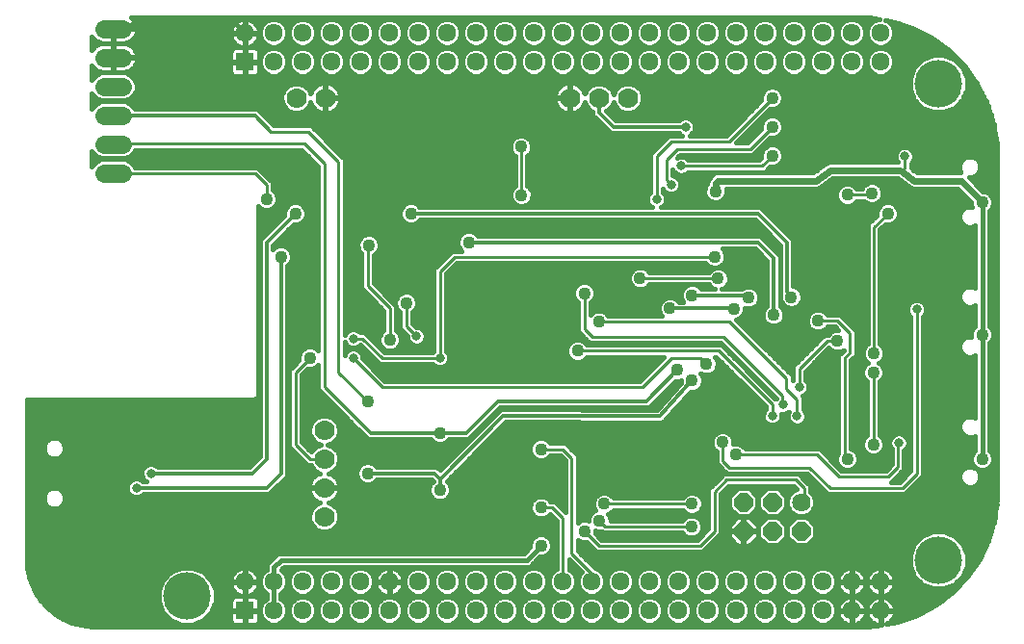
<source format=gbl>
G75*
G70*
%OFA0B0*%
%FSLAX24Y24*%
%IPPOS*%
%LPD*%
%AMOC8*
5,1,8,0,0,1.08239X$1,22.5*
%
%ADD10C,0.0640*%
%ADD11OC8,0.0640*%
%ADD12C,0.0640*%
%ADD13R,0.0634X0.0634*%
%ADD14C,0.0634*%
%ADD15C,0.1650*%
%ADD16C,0.0700*%
%ADD17C,0.0100*%
%ADD18C,0.0436*%
%ADD19C,0.0240*%
%ADD20C,0.0160*%
%ADD21C,0.0318*%
%ADD22C,0.0120*%
D10*
X029180Y006680D03*
D11*
X028180Y006680D03*
X027180Y006680D03*
X027180Y005680D03*
X028180Y005680D03*
X029180Y005680D03*
D12*
X005700Y018080D02*
X005060Y018080D01*
X005060Y019080D02*
X005700Y019080D01*
X005700Y020080D02*
X005060Y020080D01*
X005060Y021080D02*
X005700Y021080D01*
X005700Y022080D02*
X005060Y022080D01*
X005060Y023080D02*
X005700Y023080D01*
D13*
X009930Y021930D03*
X009930Y002930D03*
D14*
X010930Y002930D03*
X011930Y002930D03*
X012930Y002930D03*
X013930Y002930D03*
X014930Y002930D03*
X015930Y002930D03*
X016930Y002930D03*
X017930Y002930D03*
X018930Y002930D03*
X019930Y002930D03*
X020930Y002930D03*
X021930Y002930D03*
X022930Y002930D03*
X023930Y002930D03*
X024930Y002930D03*
X025930Y002930D03*
X026930Y002930D03*
X027930Y002930D03*
X028930Y002930D03*
X029930Y002930D03*
X030930Y002930D03*
X031930Y002930D03*
X031930Y003930D03*
X030930Y003930D03*
X029930Y003930D03*
X028930Y003930D03*
X027930Y003930D03*
X026930Y003930D03*
X025930Y003930D03*
X024930Y003930D03*
X023930Y003930D03*
X022930Y003930D03*
X021930Y003930D03*
X020930Y003930D03*
X019930Y003930D03*
X018930Y003930D03*
X017930Y003930D03*
X016930Y003930D03*
X015930Y003930D03*
X014930Y003930D03*
X013930Y003930D03*
X012930Y003930D03*
X011930Y003930D03*
X010930Y003930D03*
X009930Y003930D03*
X010930Y021930D03*
X011930Y021930D03*
X012930Y021930D03*
X013930Y021930D03*
X014930Y021930D03*
X015930Y021930D03*
X016930Y021930D03*
X017930Y021930D03*
X018930Y021930D03*
X019930Y021930D03*
X020930Y021930D03*
X021930Y021930D03*
X022930Y021930D03*
X023930Y021930D03*
X024930Y021930D03*
X025930Y021930D03*
X026930Y021930D03*
X027930Y021930D03*
X028930Y021930D03*
X029930Y021930D03*
X030930Y021930D03*
X031930Y021930D03*
X031930Y022930D03*
X030930Y022930D03*
X029930Y022930D03*
X028930Y022930D03*
X027930Y022930D03*
X026930Y022930D03*
X025930Y022930D03*
X024930Y022930D03*
X023930Y022930D03*
X022930Y022930D03*
X021930Y022930D03*
X020930Y022930D03*
X019930Y022930D03*
X018930Y022930D03*
X017930Y022930D03*
X016930Y022930D03*
X015930Y022930D03*
X014930Y022930D03*
X013930Y022930D03*
X012930Y022930D03*
X011930Y022930D03*
X010930Y022930D03*
X009930Y022930D03*
D15*
X033930Y021180D03*
X033930Y004680D03*
X007930Y003430D03*
D16*
X012680Y006180D03*
X012680Y007180D03*
X012680Y008180D03*
X012680Y009180D03*
X012715Y020680D03*
X011715Y020680D03*
X021180Y020680D03*
X022180Y020680D03*
X023180Y020680D03*
D17*
X024680Y019180D02*
X024180Y018680D01*
X024180Y017180D01*
X024680Y017680D02*
X024680Y017690D01*
X024520Y017850D01*
X024520Y018540D01*
X024900Y018920D01*
X027420Y018920D01*
X028180Y019680D01*
X028180Y018680D02*
X027830Y018330D01*
X025030Y018330D01*
X024680Y019180D02*
X026680Y019180D01*
X028180Y020680D01*
X032770Y018660D02*
X032770Y018261D01*
X032656Y018147D01*
X031630Y017380D02*
X031580Y017330D01*
X030780Y017330D01*
X031690Y016220D02*
X032180Y016680D01*
X031690Y016220D02*
X031690Y011840D01*
X031680Y011180D02*
X031680Y008680D01*
X030780Y008180D02*
X030680Y008280D01*
X030680Y011680D01*
X030870Y011870D01*
X030870Y012540D01*
X030440Y012970D01*
X029760Y012970D01*
X030080Y012270D02*
X030440Y012270D01*
X030080Y012270D02*
X029120Y011310D01*
X029120Y010680D01*
X029040Y010250D02*
X028670Y010620D01*
X028670Y010970D01*
X026700Y012940D01*
X022180Y012940D01*
X021680Y012680D02*
X021680Y013920D01*
X021680Y012680D02*
X021950Y012410D01*
X026490Y012410D01*
X028540Y010360D01*
X028540Y010090D01*
X028560Y010070D01*
X028180Y010080D02*
X028180Y009680D01*
X028180Y010080D02*
X026330Y011930D01*
X021450Y011930D01*
X023680Y010680D02*
X014680Y010680D01*
X013680Y011680D01*
X013680Y012350D02*
X013990Y012350D01*
X014680Y011680D01*
X016680Y011680D01*
X016680Y014680D01*
X017180Y015180D01*
X026190Y015180D01*
X026300Y014440D02*
X026310Y014430D01*
X026300Y014440D02*
X023610Y014440D01*
X026850Y013390D02*
X026870Y013400D01*
X025680Y011680D02*
X024680Y011680D01*
X023680Y010680D01*
X025680Y011680D02*
X025890Y011470D01*
X025900Y011470D01*
X029040Y010250D02*
X029040Y009670D01*
X029740Y008330D02*
X026930Y008330D01*
X026690Y007890D02*
X029470Y007890D01*
X030180Y007180D01*
X032680Y007180D01*
X033180Y007680D01*
X033180Y013360D01*
X032560Y008740D02*
X032530Y008710D01*
X032530Y007910D01*
X032200Y007580D01*
X030490Y007580D01*
X029740Y008330D01*
X029002Y007460D02*
X029282Y007180D01*
X029282Y006782D01*
X029180Y006680D01*
X029002Y007460D02*
X026590Y007460D01*
X026180Y007050D01*
X026180Y005680D01*
X025680Y005180D01*
X022180Y005180D01*
X021680Y005680D01*
X022200Y006050D02*
X022410Y005840D01*
X025390Y005840D01*
X025400Y006630D02*
X022360Y006630D01*
X020940Y006130D02*
X020940Y003940D01*
X020930Y003930D01*
X021930Y003930D02*
X021930Y004220D01*
X021240Y004910D01*
X021240Y008220D01*
X020940Y008520D01*
X020180Y008520D01*
X020180Y006510D02*
X020560Y006510D01*
X020940Y006130D01*
X026460Y008120D02*
X026690Y007890D01*
X026460Y008120D02*
X026460Y008760D01*
X027180Y005680D02*
X027180Y005180D01*
X027680Y004680D01*
X030690Y004680D01*
X030930Y004440D01*
X030930Y003930D01*
X015870Y012430D02*
X015520Y012780D01*
X015520Y013580D01*
X014950Y013410D02*
X014180Y014180D01*
X014180Y015540D01*
X014220Y015580D01*
X014950Y013410D02*
X014950Y012310D01*
X013170Y011190D02*
X014180Y010180D01*
X013680Y009680D02*
X012680Y010680D01*
X012680Y018400D01*
X011980Y019100D01*
X005400Y019100D01*
X005380Y019080D01*
X005390Y019090D01*
X005380Y018080D02*
X010280Y018080D01*
X010680Y017680D01*
X010680Y017180D01*
X012130Y019520D02*
X013170Y018480D01*
X013170Y011190D01*
X012180Y011680D02*
X011680Y011180D01*
X011680Y008680D01*
X012180Y008180D01*
X012680Y008180D01*
X019500Y017320D02*
X019490Y017330D01*
X019490Y019000D01*
X012130Y019520D02*
X010840Y019520D01*
D18*
X010680Y017180D03*
X011680Y016680D03*
X011180Y015180D03*
X014220Y015580D03*
X015680Y016680D03*
X017680Y015680D03*
X019500Y017320D03*
X019490Y019000D03*
X023610Y014440D03*
X024640Y013400D03*
X025410Y013850D03*
X026310Y014430D03*
X026190Y015180D03*
X027360Y013770D03*
X026850Y013390D03*
X028230Y013170D03*
X028840Y013790D03*
X029760Y012970D03*
X030440Y012270D03*
X031690Y011840D03*
X031680Y011180D03*
X031680Y008680D03*
X030780Y008180D03*
X026930Y008330D03*
X026460Y008760D03*
X025400Y006630D03*
X025390Y005840D03*
X022360Y006630D03*
X022200Y006050D03*
X021680Y005680D03*
X020180Y005180D03*
X020180Y006510D03*
X020180Y008520D03*
X016680Y009080D03*
X016680Y007110D03*
X014180Y007680D03*
X014180Y010180D03*
X012180Y011680D03*
X014950Y012310D03*
X015520Y013580D03*
X021450Y011930D03*
X022180Y012940D03*
X021680Y013920D03*
X024910Y011260D03*
X025410Y010900D03*
X025900Y011470D03*
X032180Y016680D03*
X031630Y017380D03*
X030780Y017330D03*
X028180Y018680D03*
X028180Y019680D03*
X028180Y020680D03*
X026220Y017450D03*
X035448Y017070D03*
X035448Y012490D03*
X035448Y008180D03*
D19*
X035448Y017070D02*
X034721Y017820D01*
X033110Y017820D01*
X032656Y018147D01*
X032610Y018180D01*
X030180Y018180D01*
X029680Y017820D01*
X026310Y017820D01*
X026220Y017730D01*
X026220Y017450D01*
D20*
X003459Y002737D02*
X003057Y003057D01*
X002737Y003459D01*
X002514Y003922D01*
X002399Y004423D01*
X002385Y004680D01*
X002385Y010225D01*
X010265Y010225D01*
X010385Y010345D01*
X010385Y016940D01*
X010466Y016859D01*
X010605Y016802D01*
X010755Y016802D01*
X010894Y016859D01*
X011001Y016966D01*
X011058Y017105D01*
X011058Y017255D01*
X011001Y017394D01*
X010894Y017501D01*
X010890Y017502D01*
X010890Y017767D01*
X010767Y017890D01*
X010367Y018290D01*
X006133Y018290D01*
X006107Y018352D01*
X005972Y018487D01*
X005795Y018560D01*
X004965Y018560D01*
X004788Y018487D01*
X004653Y018352D01*
X004635Y018308D01*
X004635Y018852D01*
X004653Y018808D01*
X004788Y018673D01*
X004965Y018600D01*
X005795Y018600D01*
X005972Y018673D01*
X006107Y018808D01*
X006141Y018890D01*
X011893Y018890D01*
X012470Y018313D01*
X012470Y011925D01*
X012394Y012001D01*
X012255Y012058D01*
X012105Y012058D01*
X011966Y012001D01*
X011859Y011894D01*
X011802Y011755D01*
X011802Y011605D01*
X011804Y011601D01*
X011593Y011390D01*
X011470Y011267D01*
X011470Y008593D01*
X011970Y008093D01*
X012093Y007970D01*
X012215Y007970D01*
X012248Y007891D01*
X012391Y007748D01*
X012532Y007689D01*
X012477Y007671D01*
X012402Y007633D01*
X012335Y007584D01*
X012276Y007525D01*
X012227Y007458D01*
X012189Y007383D01*
X012163Y007304D01*
X012150Y007222D01*
X012150Y007200D01*
X012660Y007200D01*
X012660Y007160D01*
X012150Y007160D01*
X012150Y007138D01*
X012163Y007056D01*
X012189Y006977D01*
X012227Y006902D01*
X012276Y006835D01*
X012335Y006776D01*
X012402Y006727D01*
X012477Y006689D01*
X012532Y006671D01*
X012391Y006612D01*
X012248Y006469D01*
X012170Y006281D01*
X012170Y006079D01*
X012248Y005891D01*
X012391Y005748D01*
X012579Y005670D01*
X012781Y005670D01*
X012969Y005748D01*
X013112Y005891D01*
X013190Y006079D01*
X013190Y006281D01*
X013112Y006469D01*
X012969Y006612D01*
X012828Y006671D01*
X012883Y006689D01*
X012958Y006727D01*
X013025Y006776D01*
X013084Y006835D01*
X013133Y006902D01*
X013171Y006977D01*
X013197Y007056D01*
X013210Y007138D01*
X013210Y007160D01*
X012700Y007160D01*
X012700Y007200D01*
X013210Y007200D01*
X013210Y007222D01*
X013197Y007304D01*
X013171Y007383D01*
X013133Y007458D01*
X013084Y007525D01*
X013025Y007584D01*
X012958Y007633D01*
X012883Y007671D01*
X012828Y007689D01*
X012969Y007748D01*
X013112Y007891D01*
X013190Y008079D01*
X013190Y008281D01*
X013112Y008469D01*
X012969Y008612D01*
X012806Y008680D01*
X012969Y008748D01*
X013112Y008891D01*
X013190Y009079D01*
X013190Y009281D01*
X013112Y009469D01*
X012969Y009612D01*
X012781Y009690D01*
X012579Y009690D01*
X012391Y009612D01*
X012248Y009469D01*
X012170Y009281D01*
X012170Y009079D01*
X012248Y008891D01*
X012391Y008748D01*
X012554Y008680D01*
X012391Y008612D01*
X012248Y008469D01*
X012230Y008427D01*
X011890Y008767D01*
X011890Y011093D01*
X012101Y011304D01*
X012105Y011302D01*
X012255Y011302D01*
X012394Y011359D01*
X012470Y011435D01*
X012470Y010593D01*
X012593Y010470D01*
X013460Y009603D01*
X013460Y009589D01*
X014189Y008860D01*
X016365Y008860D01*
X016466Y008759D01*
X016605Y008702D01*
X016755Y008702D01*
X016894Y008759D01*
X016995Y008860D01*
X017671Y008860D01*
X018771Y009960D01*
X023921Y009960D01*
X024843Y010882D01*
X024985Y010882D01*
X025032Y010901D01*
X025032Y010825D01*
X025036Y010816D01*
X024193Y009890D01*
X018961Y009900D01*
X018870Y009900D01*
X018779Y009900D01*
X018779Y009900D01*
X018779Y009900D01*
X018714Y009836D01*
X018650Y009772D01*
X018650Y009771D01*
X016680Y007801D01*
X016581Y007900D01*
X014495Y007900D01*
X014394Y008001D01*
X014255Y008058D01*
X014105Y008058D01*
X013966Y008001D01*
X013859Y007894D01*
X013802Y007755D01*
X013802Y007605D01*
X013859Y007466D01*
X013966Y007359D01*
X014105Y007302D01*
X014255Y007302D01*
X014394Y007359D01*
X014495Y007460D01*
X016399Y007460D01*
X016447Y007412D01*
X016359Y007324D01*
X016302Y007185D01*
X016302Y007035D01*
X016359Y006896D01*
X016466Y006789D01*
X016605Y006732D01*
X016755Y006732D01*
X016894Y006789D01*
X017001Y006896D01*
X017058Y007035D01*
X017058Y007185D01*
X017001Y007324D01*
X016913Y007412D01*
X018961Y009460D01*
X024205Y009450D01*
X024209Y009446D01*
X024295Y009450D01*
X024381Y009450D01*
X024385Y009454D01*
X024391Y009455D01*
X024449Y009518D01*
X024510Y009578D01*
X024510Y009585D01*
X025363Y010522D01*
X025485Y010522D01*
X025624Y010579D01*
X025731Y010686D01*
X025788Y010825D01*
X025788Y010975D01*
X025731Y011114D01*
X025702Y011143D01*
X025825Y011092D01*
X025975Y011092D01*
X026114Y011149D01*
X026221Y011256D01*
X026278Y011395D01*
X026278Y011545D01*
X026221Y011684D01*
X026185Y011720D01*
X026243Y011720D01*
X027970Y009993D01*
X027970Y009921D01*
X027910Y009861D01*
X027861Y009743D01*
X027861Y009617D01*
X027910Y009499D01*
X027999Y009410D01*
X028117Y009361D01*
X028243Y009361D01*
X028361Y009410D01*
X028450Y009499D01*
X028499Y009617D01*
X028499Y009743D01*
X028496Y009751D01*
X028497Y009751D01*
X028623Y009751D01*
X028741Y009800D01*
X028754Y009812D01*
X028721Y009733D01*
X028721Y009607D01*
X028770Y009489D01*
X028859Y009400D01*
X028977Y009351D01*
X029103Y009351D01*
X029221Y009400D01*
X029310Y009489D01*
X029359Y009607D01*
X029359Y009733D01*
X029310Y009851D01*
X029250Y009911D01*
X029250Y010337D01*
X029214Y010373D01*
X029301Y010410D01*
X029390Y010499D01*
X029439Y010617D01*
X029439Y010743D01*
X029390Y010861D01*
X029330Y010921D01*
X029330Y011223D01*
X030141Y012034D01*
X030226Y011949D01*
X030365Y011892D01*
X030515Y011892D01*
X030651Y011948D01*
X030593Y011890D01*
X030470Y011767D01*
X030470Y008405D01*
X030459Y008394D01*
X030402Y008255D01*
X030402Y008105D01*
X030459Y007966D01*
X030566Y007859D01*
X030705Y007802D01*
X030855Y007802D01*
X030994Y007859D01*
X031101Y007966D01*
X031158Y008105D01*
X031158Y008255D01*
X031101Y008394D01*
X030994Y008501D01*
X030890Y008544D01*
X030890Y011593D01*
X031080Y011783D01*
X031080Y012627D01*
X030957Y012750D01*
X030527Y013180D01*
X030082Y013180D01*
X030081Y013184D01*
X029974Y013291D01*
X029835Y013348D01*
X029685Y013348D01*
X029546Y013291D01*
X029439Y013184D01*
X029382Y013045D01*
X029382Y012895D01*
X029439Y012756D01*
X029546Y012649D01*
X029685Y012592D01*
X029835Y012592D01*
X029974Y012649D01*
X030081Y012756D01*
X030082Y012760D01*
X030353Y012760D01*
X030465Y012648D01*
X030365Y012648D01*
X030226Y012591D01*
X030119Y012484D01*
X030118Y012480D01*
X029993Y012480D01*
X029870Y012357D01*
X028910Y011397D01*
X028910Y010921D01*
X028880Y010891D01*
X028880Y011057D01*
X026925Y013012D01*
X026925Y013012D01*
X027064Y013069D01*
X027171Y013176D01*
X027228Y013315D01*
X027228Y013415D01*
X027285Y013392D01*
X027435Y013392D01*
X027574Y013449D01*
X027681Y013556D01*
X027738Y013695D01*
X027738Y013845D01*
X027681Y013984D01*
X027574Y014091D01*
X027435Y014148D01*
X027285Y014148D01*
X027146Y014091D01*
X027125Y014070D01*
X026429Y014070D01*
X026524Y014109D01*
X026631Y014216D01*
X026688Y014355D01*
X026688Y014505D01*
X026631Y014644D01*
X026524Y014751D01*
X026385Y014808D01*
X026280Y014808D01*
X026404Y014859D01*
X026511Y014966D01*
X026568Y015105D01*
X026568Y015255D01*
X026511Y015394D01*
X026445Y015460D01*
X027589Y015460D01*
X028010Y015039D01*
X028010Y013485D01*
X027909Y013384D01*
X027852Y013245D01*
X027852Y013095D01*
X027909Y012956D01*
X028016Y012849D01*
X028155Y012792D01*
X028305Y012792D01*
X028444Y012849D01*
X028551Y012956D01*
X028608Y013095D01*
X028608Y013245D01*
X028551Y013384D01*
X028450Y013485D01*
X028450Y015221D01*
X027900Y015771D01*
X027771Y015900D01*
X017995Y015900D01*
X017894Y016001D01*
X017755Y016058D01*
X017605Y016058D01*
X017466Y016001D01*
X017359Y015894D01*
X017302Y015755D01*
X017302Y015605D01*
X017359Y015466D01*
X017435Y015390D01*
X017093Y015390D01*
X016593Y014890D01*
X016470Y014767D01*
X016470Y011921D01*
X016439Y011890D01*
X014765Y011890D01*
X014137Y012500D01*
X014077Y012560D01*
X014075Y012560D01*
X014074Y012561D01*
X013988Y012560D01*
X013921Y012560D01*
X013861Y012620D01*
X013743Y012669D01*
X013617Y012669D01*
X013499Y012620D01*
X013410Y012531D01*
X013380Y012459D01*
X013380Y018567D01*
X013257Y018690D01*
X012217Y019730D01*
X010941Y019730D01*
X010371Y020300D01*
X006128Y020300D01*
X006107Y020352D01*
X005972Y020487D01*
X005795Y020560D01*
X004965Y020560D01*
X004788Y020487D01*
X004653Y020352D01*
X004635Y020308D01*
X004635Y020852D01*
X004653Y020808D01*
X004788Y020673D01*
X004965Y020600D01*
X005795Y020600D01*
X005972Y020673D01*
X006107Y020808D01*
X006180Y020985D01*
X006180Y021175D01*
X006107Y021352D01*
X005972Y021487D01*
X005795Y021560D01*
X004965Y021560D01*
X004788Y021487D01*
X004653Y021352D01*
X004635Y021308D01*
X004635Y021814D01*
X004679Y021754D01*
X004734Y021699D01*
X004798Y021652D01*
X004868Y021617D01*
X004943Y021592D01*
X005021Y021580D01*
X005360Y021580D01*
X005360Y022060D01*
X005400Y022060D01*
X005400Y022100D01*
X005360Y022100D01*
X005360Y022580D01*
X005360Y023060D01*
X005400Y023060D01*
X005400Y023100D01*
X006200Y023100D01*
X006200Y023119D01*
X006188Y023197D01*
X006163Y023272D01*
X006128Y023342D01*
X006081Y023406D01*
X006026Y023461D01*
X006007Y023475D01*
X031180Y023475D01*
X031556Y023460D01*
X031893Y023407D01*
X031835Y023407D01*
X031660Y023334D01*
X031526Y023200D01*
X031453Y023025D01*
X031453Y022835D01*
X031526Y022660D01*
X031660Y022526D01*
X031835Y022453D01*
X032025Y022453D01*
X032200Y022526D01*
X032334Y022660D01*
X032407Y022835D01*
X032407Y023025D01*
X032334Y023200D01*
X032200Y023334D01*
X032106Y023373D01*
X032299Y023343D01*
X033015Y023110D01*
X033685Y022768D01*
X034294Y022326D01*
X034826Y021794D01*
X034826Y021794D01*
X035268Y021185D01*
X035610Y020515D01*
X035843Y019799D01*
X035960Y019056D01*
X035975Y018680D01*
X035975Y007262D01*
X035973Y007260D01*
X035975Y007177D01*
X035975Y007170D01*
X035970Y006808D01*
X035874Y006081D01*
X035665Y005378D01*
X035349Y004717D01*
X034934Y004113D01*
X034429Y003582D01*
X033847Y003136D01*
X033203Y002786D01*
X032512Y002542D01*
X032121Y002470D01*
X032190Y002505D01*
X032254Y002551D01*
X032309Y002606D01*
X032355Y002670D01*
X032390Y002739D01*
X032415Y002814D01*
X033254Y002814D01*
X033546Y002973D02*
X032426Y002973D01*
X032427Y002969D02*
X032415Y003046D01*
X032390Y003121D01*
X032355Y003190D01*
X032309Y003254D01*
X032254Y003309D01*
X032190Y003355D01*
X032121Y003390D01*
X032046Y003415D01*
X031969Y003427D01*
X031948Y003427D01*
X031948Y002948D01*
X031912Y002948D01*
X031912Y002912D01*
X031948Y002912D01*
X031948Y002438D01*
X031791Y002409D01*
X031426Y002385D01*
X004680Y002385D01*
X004423Y002399D01*
X003922Y002514D01*
X003459Y002737D01*
X003362Y002814D02*
X007153Y002814D01*
X007095Y002872D02*
X006945Y003234D01*
X006945Y003626D01*
X007095Y003988D01*
X007372Y004265D01*
X007734Y004415D01*
X008126Y004415D01*
X008488Y004265D01*
X008765Y003988D01*
X008915Y003626D01*
X008915Y003234D01*
X008765Y002872D01*
X008488Y002595D01*
X008126Y002445D01*
X007734Y002445D01*
X007372Y002595D01*
X007095Y002872D01*
X007053Y002973D02*
X003163Y002973D01*
X002998Y003131D02*
X006988Y003131D01*
X006945Y003290D02*
X002872Y003290D01*
X002746Y003448D02*
X006945Y003448D01*
X006945Y003607D02*
X002666Y003607D01*
X002589Y003765D02*
X007003Y003765D01*
X007068Y003924D02*
X002513Y003924D01*
X002477Y004082D02*
X007189Y004082D01*
X007348Y004241D02*
X002441Y004241D01*
X002405Y004399D02*
X007695Y004399D01*
X008165Y004399D02*
X009766Y004399D01*
X009739Y004390D02*
X009670Y004355D01*
X009606Y004309D01*
X009551Y004254D01*
X009505Y004190D01*
X009470Y004121D01*
X009445Y004046D01*
X009433Y003969D01*
X009433Y003948D01*
X009912Y003948D01*
X009912Y003912D01*
X009948Y003912D01*
X009948Y003948D01*
X010427Y003948D01*
X010427Y003969D01*
X010415Y004046D01*
X010390Y004121D01*
X010355Y004190D01*
X010309Y004254D01*
X010254Y004309D01*
X010190Y004355D01*
X010121Y004390D01*
X010046Y004415D01*
X009969Y004427D01*
X009948Y004427D01*
X009948Y003948D01*
X009912Y003948D01*
X009912Y004427D01*
X009891Y004427D01*
X009814Y004415D01*
X009739Y004390D01*
X009912Y004399D02*
X009948Y004399D01*
X010094Y004399D02*
X010690Y004399D01*
X010690Y004347D02*
X010660Y004334D01*
X010526Y004200D01*
X010453Y004025D01*
X010453Y003835D01*
X010526Y003660D01*
X010660Y003526D01*
X010690Y003513D01*
X010690Y003347D01*
X010660Y003334D01*
X010526Y003200D01*
X010453Y003025D01*
X010453Y002835D01*
X010526Y002660D01*
X010660Y002526D01*
X010835Y002453D01*
X011025Y002453D01*
X011200Y002526D01*
X011334Y002660D01*
X011407Y002835D01*
X011407Y003025D01*
X011334Y003200D01*
X011200Y003334D01*
X011170Y003347D01*
X011170Y003513D01*
X011200Y003526D01*
X011334Y003660D01*
X011407Y003835D01*
X011407Y004025D01*
X011334Y004200D01*
X011200Y004334D01*
X011181Y004342D01*
X011279Y004440D01*
X019728Y004440D01*
X019816Y004477D01*
X020141Y004802D01*
X020255Y004802D01*
X020394Y004859D01*
X020501Y004966D01*
X020558Y005105D01*
X020558Y005255D01*
X020501Y005394D01*
X020394Y005501D01*
X020255Y005558D01*
X020105Y005558D01*
X019966Y005501D01*
X019859Y005394D01*
X019802Y005255D01*
X019802Y005141D01*
X019581Y004920D01*
X011132Y004920D01*
X011044Y004883D01*
X010977Y004816D01*
X010727Y004566D01*
X010690Y004478D01*
X010690Y004347D01*
X010566Y004241D02*
X010319Y004241D01*
X010403Y004082D02*
X010477Y004082D01*
X010453Y003924D02*
X009948Y003924D01*
X009948Y003912D02*
X010427Y003912D01*
X010427Y003891D01*
X010415Y003814D01*
X010390Y003739D01*
X010355Y003670D01*
X010309Y003606D01*
X010254Y003551D01*
X010190Y003505D01*
X010121Y003470D01*
X010046Y003445D01*
X009969Y003433D01*
X009948Y003433D01*
X009948Y003912D01*
X009930Y003930D02*
X009930Y002930D01*
X009948Y002948D02*
X010427Y002948D01*
X010427Y003271D01*
X010415Y003316D01*
X010391Y003357D01*
X010357Y003391D01*
X010316Y003415D01*
X010271Y003427D01*
X009948Y003427D01*
X009948Y002948D01*
X009948Y002912D01*
X010427Y002912D01*
X010427Y002589D01*
X010415Y002544D01*
X010391Y002503D01*
X010357Y002469D01*
X010316Y002445D01*
X010271Y002433D01*
X009948Y002433D01*
X009948Y002912D01*
X009912Y002912D01*
X009912Y002433D01*
X009589Y002433D01*
X009544Y002445D01*
X009503Y002469D01*
X009469Y002503D01*
X009445Y002544D01*
X009433Y002589D01*
X009433Y002912D01*
X009912Y002912D01*
X009912Y002948D01*
X009433Y002948D01*
X009433Y003271D01*
X009445Y003316D01*
X009469Y003357D01*
X009503Y003391D01*
X009544Y003415D01*
X009589Y003427D01*
X009912Y003427D01*
X009912Y002948D01*
X009948Y002948D01*
X009948Y002973D02*
X009912Y002973D01*
X009912Y003131D02*
X009948Y003131D01*
X009948Y003290D02*
X009912Y003290D01*
X009912Y003433D02*
X009912Y003912D01*
X009433Y003912D01*
X009433Y003891D01*
X009445Y003814D01*
X009470Y003739D01*
X009505Y003670D01*
X009551Y003606D01*
X009606Y003551D01*
X009670Y003505D01*
X009739Y003470D01*
X009814Y003445D01*
X009891Y003433D01*
X009912Y003433D01*
X009912Y003448D02*
X009948Y003448D01*
X010054Y003448D02*
X010690Y003448D01*
X010615Y003290D02*
X010422Y003290D01*
X010427Y003131D02*
X010497Y003131D01*
X010453Y002973D02*
X010427Y002973D01*
X010427Y002814D02*
X010462Y002814D01*
X010427Y002656D02*
X010530Y002656D01*
X010385Y002497D02*
X010729Y002497D01*
X011131Y002497D02*
X011729Y002497D01*
X011660Y002526D02*
X011835Y002453D01*
X012025Y002453D01*
X012200Y002526D01*
X012334Y002660D01*
X012407Y002835D01*
X012407Y003025D01*
X012334Y003200D01*
X012200Y003334D01*
X012025Y003407D01*
X011835Y003407D01*
X011660Y003334D01*
X011526Y003200D01*
X011453Y003025D01*
X011453Y002835D01*
X011526Y002660D01*
X011660Y002526D01*
X011530Y002656D02*
X011330Y002656D01*
X011398Y002814D02*
X011462Y002814D01*
X011453Y002973D02*
X011407Y002973D01*
X011363Y003131D02*
X011497Y003131D01*
X011615Y003290D02*
X011245Y003290D01*
X011170Y003448D02*
X014806Y003448D01*
X014814Y003445D02*
X014891Y003433D01*
X014912Y003433D01*
X014912Y003912D01*
X014948Y003912D01*
X014948Y003948D01*
X015427Y003948D01*
X015427Y003969D01*
X015415Y004046D01*
X015390Y004121D01*
X015355Y004190D01*
X015309Y004254D01*
X015254Y004309D01*
X015190Y004355D01*
X015121Y004390D01*
X015046Y004415D01*
X014969Y004427D01*
X014948Y004427D01*
X014948Y003948D01*
X014912Y003948D01*
X014912Y003912D01*
X014433Y003912D01*
X014433Y003891D01*
X014445Y003814D01*
X014470Y003739D01*
X014505Y003670D01*
X014551Y003606D01*
X014606Y003551D01*
X014670Y003505D01*
X014739Y003470D01*
X014814Y003445D01*
X014835Y003407D02*
X014660Y003334D01*
X014526Y003200D01*
X014453Y003025D01*
X014453Y002835D01*
X014526Y002660D01*
X014660Y002526D01*
X014835Y002453D01*
X015025Y002453D01*
X015200Y002526D01*
X015334Y002660D01*
X015407Y002835D01*
X015407Y003025D01*
X015334Y003200D01*
X015200Y003334D01*
X015025Y003407D01*
X014835Y003407D01*
X014912Y003448D02*
X014948Y003448D01*
X014948Y003433D02*
X014969Y003433D01*
X015046Y003445D01*
X015121Y003470D01*
X015190Y003505D01*
X015254Y003551D01*
X015309Y003606D01*
X015355Y003670D01*
X015390Y003739D01*
X015415Y003814D01*
X015427Y003891D01*
X015427Y003912D01*
X014948Y003912D01*
X014948Y003433D01*
X015054Y003448D02*
X030806Y003448D01*
X030814Y003445D02*
X030891Y003433D01*
X030912Y003433D01*
X030912Y003912D01*
X030948Y003912D01*
X030948Y003948D01*
X031427Y003948D01*
X031427Y003969D01*
X031415Y004046D01*
X031390Y004121D01*
X031355Y004190D01*
X031309Y004254D01*
X031254Y004309D01*
X031190Y004355D01*
X031121Y004390D01*
X031046Y004415D01*
X030969Y004427D01*
X030948Y004427D01*
X030948Y003948D01*
X030912Y003948D01*
X030912Y003912D01*
X030433Y003912D01*
X030433Y003891D01*
X030445Y003814D01*
X030470Y003739D01*
X030505Y003670D01*
X030551Y003606D01*
X030606Y003551D01*
X030670Y003505D01*
X030739Y003470D01*
X030814Y003445D01*
X030814Y003415D02*
X030739Y003390D01*
X030670Y003355D01*
X030606Y003309D01*
X030551Y003254D01*
X030505Y003190D01*
X030470Y003121D01*
X030445Y003046D01*
X030433Y002969D01*
X030433Y002948D01*
X030912Y002948D01*
X030912Y002912D01*
X030948Y002912D01*
X030948Y002948D01*
X031427Y002948D01*
X031427Y002969D01*
X031415Y003046D01*
X031390Y003121D01*
X031355Y003190D01*
X031309Y003254D01*
X031254Y003309D01*
X031190Y003355D01*
X031121Y003390D01*
X031046Y003415D01*
X030969Y003427D01*
X030948Y003427D01*
X030948Y002948D01*
X030912Y002948D01*
X030912Y003427D01*
X030891Y003427D01*
X030814Y003415D01*
X030912Y003448D02*
X030948Y003448D01*
X030948Y003433D02*
X030969Y003433D01*
X031046Y003445D01*
X031121Y003470D01*
X031190Y003505D01*
X031254Y003551D01*
X031309Y003606D01*
X031355Y003670D01*
X031390Y003739D01*
X031415Y003814D01*
X031427Y003891D01*
X031427Y003912D01*
X030948Y003912D01*
X030948Y003433D01*
X031054Y003448D02*
X031806Y003448D01*
X031814Y003445D02*
X031891Y003433D01*
X031912Y003433D01*
X031912Y003912D01*
X031948Y003912D01*
X031948Y003948D01*
X032427Y003948D01*
X032427Y003969D01*
X032415Y004046D01*
X032390Y004121D01*
X032355Y004190D01*
X032309Y004254D01*
X032254Y004309D01*
X032190Y004355D01*
X032121Y004390D01*
X032046Y004415D01*
X031969Y004427D01*
X031948Y004427D01*
X031948Y003948D01*
X031912Y003948D01*
X031912Y003912D01*
X031433Y003912D01*
X031433Y003891D01*
X031445Y003814D01*
X031470Y003739D01*
X031505Y003670D01*
X031551Y003606D01*
X031606Y003551D01*
X031670Y003505D01*
X031739Y003470D01*
X031814Y003445D01*
X031814Y003415D02*
X031739Y003390D01*
X031670Y003355D01*
X031606Y003309D01*
X031551Y003254D01*
X031505Y003190D01*
X031470Y003121D01*
X031445Y003046D01*
X031433Y002969D01*
X031433Y002948D01*
X031912Y002948D01*
X031912Y003427D01*
X031891Y003427D01*
X031814Y003415D01*
X031912Y003448D02*
X031948Y003448D01*
X031948Y003433D02*
X031969Y003433D01*
X032046Y003445D01*
X032121Y003470D01*
X032190Y003505D01*
X032254Y003551D01*
X032309Y003606D01*
X032355Y003670D01*
X032390Y003739D01*
X032415Y003814D01*
X032427Y003891D01*
X032427Y003912D01*
X031948Y003912D01*
X031948Y003433D01*
X032054Y003448D02*
X034255Y003448D01*
X034453Y003607D02*
X032309Y003607D01*
X032399Y003765D02*
X033565Y003765D01*
X033734Y003695D02*
X033372Y003845D01*
X033095Y004122D01*
X032945Y004484D01*
X032945Y004876D01*
X033095Y005238D01*
X033372Y005515D01*
X033734Y005665D01*
X034126Y005665D01*
X034488Y005515D01*
X034765Y005238D01*
X034915Y004876D01*
X034915Y004484D01*
X034765Y004122D01*
X034488Y003845D01*
X034126Y003695D01*
X033734Y003695D01*
X033293Y003924D02*
X031948Y003924D01*
X031912Y003924D02*
X030948Y003924D01*
X030912Y003924D02*
X030407Y003924D01*
X030433Y003948D02*
X030912Y003948D01*
X030912Y004427D01*
X030891Y004427D01*
X030814Y004415D01*
X030739Y004390D01*
X030670Y004355D01*
X030606Y004309D01*
X030551Y004254D01*
X030505Y004190D01*
X030470Y004121D01*
X030445Y004046D01*
X030433Y003969D01*
X030433Y003948D01*
X030407Y004025D02*
X030334Y004200D01*
X030200Y004334D01*
X030025Y004407D01*
X029835Y004407D01*
X029660Y004334D01*
X029526Y004200D01*
X029453Y004025D01*
X029453Y003835D01*
X029526Y003660D01*
X029660Y003526D01*
X029835Y003453D01*
X030025Y003453D01*
X030200Y003526D01*
X030334Y003660D01*
X030407Y003835D01*
X030407Y004025D01*
X030383Y004082D02*
X030457Y004082D01*
X030541Y004241D02*
X030294Y004241D01*
X030044Y004399D02*
X030766Y004399D01*
X030912Y004399D02*
X030948Y004399D01*
X031094Y004399D02*
X031766Y004399D01*
X031739Y004390D02*
X031814Y004415D01*
X031891Y004427D01*
X031912Y004427D01*
X031912Y003948D01*
X031433Y003948D01*
X031433Y003969D01*
X031445Y004046D01*
X031470Y004121D01*
X031505Y004190D01*
X031551Y004254D01*
X031606Y004309D01*
X031670Y004355D01*
X031739Y004390D01*
X031912Y004399D02*
X031948Y004399D01*
X032094Y004399D02*
X032980Y004399D01*
X032945Y004558D02*
X021889Y004558D01*
X021731Y004716D02*
X032945Y004716D01*
X032945Y004875D02*
X021572Y004875D01*
X021450Y004997D02*
X021450Y005375D01*
X021466Y005359D01*
X021605Y005302D01*
X021755Y005302D01*
X021759Y005304D01*
X021970Y005093D01*
X022093Y004970D01*
X025767Y004970D01*
X026267Y005470D01*
X026390Y005593D01*
X026390Y006963D01*
X026677Y007250D01*
X028915Y007250D01*
X029029Y007137D01*
X028908Y007087D01*
X028773Y006952D01*
X028700Y006775D01*
X028700Y006585D01*
X028773Y006408D01*
X028908Y006273D01*
X029085Y006200D01*
X029275Y006200D01*
X029452Y006273D01*
X029587Y006408D01*
X029660Y006585D01*
X029660Y006775D01*
X029587Y006952D01*
X029492Y007046D01*
X029492Y007267D01*
X029369Y007390D01*
X029089Y007670D01*
X026503Y007670D01*
X026380Y007547D01*
X025970Y007137D01*
X025970Y005767D01*
X025593Y005390D01*
X022267Y005390D01*
X022056Y005601D01*
X022058Y005605D01*
X022058Y005700D01*
X022125Y005672D01*
X022275Y005672D01*
X022279Y005674D01*
X022323Y005630D01*
X025068Y005630D01*
X025069Y005626D01*
X025176Y005519D01*
X025315Y005462D01*
X025465Y005462D01*
X025604Y005519D01*
X025711Y005626D01*
X025768Y005765D01*
X025768Y005915D01*
X025711Y006054D01*
X025604Y006161D01*
X025465Y006218D01*
X025315Y006218D01*
X025176Y006161D01*
X025069Y006054D01*
X025068Y006050D01*
X022578Y006050D01*
X022578Y006125D01*
X022521Y006264D01*
X022504Y006280D01*
X022574Y006309D01*
X022681Y006416D01*
X022682Y006420D01*
X025078Y006420D01*
X025079Y006416D01*
X025186Y006309D01*
X025325Y006252D01*
X025475Y006252D01*
X025614Y006309D01*
X025721Y006416D01*
X025778Y006555D01*
X025778Y006705D01*
X025721Y006844D01*
X025614Y006951D01*
X025475Y007008D01*
X025325Y007008D01*
X025186Y006951D01*
X025079Y006844D01*
X025078Y006840D01*
X022682Y006840D01*
X022681Y006844D01*
X022574Y006951D01*
X022435Y007008D01*
X022285Y007008D01*
X022146Y006951D01*
X022039Y006844D01*
X021982Y006705D01*
X021982Y006555D01*
X022039Y006416D01*
X022056Y006400D01*
X021986Y006371D01*
X021879Y006264D01*
X021822Y006125D01*
X021822Y006030D01*
X021755Y006058D01*
X021605Y006058D01*
X021466Y006001D01*
X021450Y005985D01*
X021450Y008307D01*
X021150Y008607D01*
X021027Y008730D01*
X020502Y008730D01*
X020501Y008734D01*
X020394Y008841D01*
X020255Y008898D01*
X020105Y008898D01*
X019966Y008841D01*
X019859Y008734D01*
X019802Y008595D01*
X019802Y008445D01*
X019859Y008306D01*
X019966Y008199D01*
X020105Y008142D01*
X020255Y008142D01*
X020394Y008199D01*
X020501Y008306D01*
X020502Y008310D01*
X020853Y008310D01*
X021030Y008133D01*
X021030Y006337D01*
X021027Y006340D01*
X020647Y006720D01*
X020502Y006720D01*
X020501Y006724D01*
X020394Y006831D01*
X020255Y006888D01*
X020105Y006888D01*
X019966Y006831D01*
X019859Y006724D01*
X019802Y006585D01*
X019802Y006435D01*
X019859Y006296D01*
X019966Y006189D01*
X020105Y006132D01*
X020255Y006132D01*
X020394Y006189D01*
X020489Y006284D01*
X020730Y006043D01*
X020730Y004363D01*
X020660Y004334D01*
X020526Y004200D01*
X020453Y004025D01*
X020453Y003835D01*
X020526Y003660D01*
X020660Y003526D01*
X020835Y003453D01*
X021025Y003453D01*
X021200Y003526D01*
X021334Y003660D01*
X021407Y003835D01*
X021407Y004025D01*
X021334Y004200D01*
X021200Y004334D01*
X021150Y004355D01*
X021150Y004703D01*
X021153Y004700D01*
X021589Y004264D01*
X021526Y004200D01*
X021453Y004025D01*
X021453Y003835D01*
X021526Y003660D01*
X021660Y003526D01*
X021835Y003453D01*
X022025Y003453D01*
X022200Y003526D01*
X022334Y003660D01*
X022407Y003835D01*
X022407Y004025D01*
X022334Y004200D01*
X022200Y004334D01*
X022051Y004396D01*
X021450Y004997D01*
X021450Y005033D02*
X022030Y005033D01*
X021872Y005192D02*
X021450Y005192D01*
X021450Y005350D02*
X021489Y005350D01*
X022058Y005667D02*
X022286Y005667D01*
X022148Y005509D02*
X025202Y005509D01*
X025578Y005509D02*
X025712Y005509D01*
X025728Y005667D02*
X025870Y005667D01*
X025970Y005826D02*
X025768Y005826D01*
X025740Y005984D02*
X025970Y005984D01*
X025970Y006143D02*
X025622Y006143D01*
X025594Y006301D02*
X025970Y006301D01*
X025970Y006460D02*
X025739Y006460D01*
X025778Y006618D02*
X025970Y006618D01*
X025970Y006777D02*
X025749Y006777D01*
X025630Y006935D02*
X025970Y006935D01*
X025970Y007094D02*
X021450Y007094D01*
X021450Y007252D02*
X026085Y007252D01*
X026244Y007411D02*
X021450Y007411D01*
X021450Y007569D02*
X026402Y007569D01*
X026556Y007728D02*
X021450Y007728D01*
X021450Y007886D02*
X026397Y007886D01*
X026250Y008033D02*
X026603Y007680D01*
X029383Y007680D01*
X029970Y007093D01*
X030093Y006970D01*
X032767Y006970D01*
X033267Y007470D01*
X033390Y007593D01*
X033390Y013119D01*
X033450Y013179D01*
X033499Y013297D01*
X033499Y013423D01*
X033450Y013541D01*
X033361Y013630D01*
X033243Y013679D01*
X033117Y013679D01*
X032999Y013630D01*
X032910Y013541D01*
X032861Y013423D01*
X032861Y013297D01*
X032910Y013179D01*
X032970Y013119D01*
X032970Y007767D01*
X032593Y007390D01*
X032307Y007390D01*
X032617Y007700D01*
X032740Y007823D01*
X032740Y008469D01*
X032741Y008470D01*
X032830Y008559D01*
X032879Y008677D01*
X032879Y008803D01*
X032830Y008921D01*
X032741Y009010D01*
X032623Y009059D01*
X032497Y009059D01*
X032379Y009010D01*
X032290Y008921D01*
X032241Y008803D01*
X032241Y008677D01*
X032290Y008559D01*
X032320Y008529D01*
X032320Y007997D01*
X032113Y007790D01*
X030577Y007790D01*
X029827Y008540D01*
X027252Y008540D01*
X027251Y008544D01*
X027144Y008651D01*
X027005Y008708D01*
X026855Y008708D01*
X026838Y008701D01*
X026838Y008835D01*
X026781Y008974D01*
X026674Y009081D01*
X026535Y009138D01*
X026385Y009138D01*
X026246Y009081D01*
X026139Y008974D01*
X026082Y008835D01*
X026082Y008685D01*
X026139Y008546D01*
X026246Y008439D01*
X026250Y008438D01*
X026250Y008033D01*
X026250Y008045D02*
X021450Y008045D01*
X021450Y008203D02*
X026250Y008203D01*
X026250Y008362D02*
X021395Y008362D01*
X021237Y008520D02*
X026165Y008520D01*
X026084Y008679D02*
X021078Y008679D01*
X020960Y008203D02*
X020398Y008203D01*
X019962Y008203D02*
X017704Y008203D01*
X017546Y008045D02*
X021030Y008045D01*
X021030Y007886D02*
X017387Y007886D01*
X017229Y007728D02*
X021030Y007728D01*
X021030Y007569D02*
X017070Y007569D01*
X016914Y007411D02*
X021030Y007411D01*
X021030Y007252D02*
X017030Y007252D01*
X017058Y007094D02*
X021030Y007094D01*
X021030Y006935D02*
X017017Y006935D01*
X016863Y006777D02*
X019912Y006777D01*
X019815Y006618D02*
X012955Y006618D01*
X013026Y006777D02*
X016497Y006777D01*
X016343Y006935D02*
X013150Y006935D01*
X013203Y007094D02*
X016302Y007094D01*
X016330Y007252D02*
X013205Y007252D01*
X013157Y007411D02*
X013915Y007411D01*
X013817Y007569D02*
X013041Y007569D01*
X012920Y007728D02*
X013802Y007728D01*
X013856Y007886D02*
X013107Y007886D01*
X013176Y008045D02*
X014072Y008045D01*
X014288Y008045D02*
X016923Y008045D01*
X017082Y008203D02*
X013190Y008203D01*
X013157Y008362D02*
X017240Y008362D01*
X017399Y008520D02*
X013061Y008520D01*
X012809Y008679D02*
X017557Y008679D01*
X017716Y008837D02*
X016972Y008837D01*
X016388Y008837D02*
X013058Y008837D01*
X013156Y008996D02*
X014053Y008996D01*
X013895Y009154D02*
X013190Y009154D01*
X013177Y009313D02*
X013736Y009313D01*
X013578Y009471D02*
X013110Y009471D01*
X012927Y009630D02*
X013434Y009630D01*
X013275Y009788D02*
X011890Y009788D01*
X011890Y009630D02*
X012433Y009630D01*
X012250Y009471D02*
X011890Y009471D01*
X011890Y009313D02*
X012183Y009313D01*
X012170Y009154D02*
X011890Y009154D01*
X011890Y008996D02*
X012204Y008996D01*
X012302Y008837D02*
X011890Y008837D01*
X011978Y008679D02*
X012551Y008679D01*
X012299Y008520D02*
X012137Y008520D01*
X011860Y008203D02*
X011400Y008203D01*
X011400Y008045D02*
X012019Y008045D01*
X012253Y007886D02*
X011400Y007886D01*
X011400Y007728D02*
X012440Y007728D01*
X012319Y007569D02*
X011380Y007569D01*
X011400Y007589D02*
X011400Y014865D01*
X011501Y014966D01*
X011558Y015105D01*
X011558Y015255D01*
X011501Y015394D01*
X011394Y015501D01*
X011255Y015558D01*
X011105Y015558D01*
X010966Y015501D01*
X010900Y015435D01*
X010900Y015589D01*
X011613Y016302D01*
X011755Y016302D01*
X011894Y016359D01*
X012001Y016466D01*
X012058Y016605D01*
X012058Y016755D01*
X012001Y016894D01*
X011894Y017001D01*
X011755Y017058D01*
X011605Y017058D01*
X011466Y017001D01*
X011359Y016894D01*
X011302Y016755D01*
X011302Y016613D01*
X010460Y015771D01*
X010460Y008271D01*
X010089Y007900D01*
X006911Y007900D01*
X006861Y007950D01*
X006743Y007999D01*
X006617Y007999D01*
X006499Y007950D01*
X006410Y007861D01*
X006361Y007743D01*
X006361Y007617D01*
X006410Y007499D01*
X006499Y007410D01*
X006522Y007400D01*
X006411Y007400D01*
X006361Y007450D01*
X006243Y007499D01*
X006117Y007499D01*
X005999Y007450D01*
X005910Y007361D01*
X005861Y007243D01*
X005861Y007117D01*
X005910Y006999D01*
X005999Y006910D01*
X006117Y006861D01*
X006243Y006861D01*
X006361Y006910D01*
X006411Y006960D01*
X010771Y006960D01*
X011400Y007589D01*
X011222Y007411D02*
X012203Y007411D01*
X012155Y007252D02*
X011063Y007252D01*
X010905Y007094D02*
X012157Y007094D01*
X012210Y006935D02*
X006386Y006935D01*
X005974Y006935D02*
X003682Y006935D01*
X003699Y006895D02*
X003644Y007026D01*
X003544Y007126D01*
X003412Y007181D01*
X003270Y007181D01*
X003139Y007126D01*
X003039Y007026D01*
X002984Y006895D01*
X002984Y006753D01*
X003039Y006621D01*
X003139Y006521D01*
X003270Y006467D01*
X003412Y006467D01*
X003544Y006521D01*
X003644Y006621D01*
X003699Y006753D01*
X003699Y006895D01*
X003699Y006777D02*
X012334Y006777D01*
X012405Y006618D02*
X003641Y006618D01*
X003577Y007094D02*
X005870Y007094D01*
X005864Y007252D02*
X002385Y007252D01*
X002385Y007094D02*
X003106Y007094D01*
X003001Y006935D02*
X002385Y006935D01*
X002385Y006777D02*
X002984Y006777D01*
X003042Y006618D02*
X002385Y006618D01*
X002385Y006460D02*
X012244Y006460D01*
X012178Y006301D02*
X002385Y006301D01*
X002385Y006143D02*
X012170Y006143D01*
X012209Y005984D02*
X002385Y005984D01*
X002385Y005826D02*
X012313Y005826D01*
X013047Y005826D02*
X020730Y005826D01*
X020730Y005984D02*
X013151Y005984D01*
X013190Y006143D02*
X020079Y006143D01*
X020281Y006143D02*
X020631Y006143D01*
X020907Y006460D02*
X021030Y006460D01*
X021030Y006618D02*
X020749Y006618D01*
X021030Y006777D02*
X020448Y006777D01*
X019802Y006460D02*
X013116Y006460D01*
X013182Y006301D02*
X019857Y006301D01*
X020730Y005667D02*
X002385Y005667D01*
X002385Y005509D02*
X019985Y005509D01*
X019841Y005350D02*
X002385Y005350D01*
X002385Y005192D02*
X019802Y005192D01*
X019694Y005033D02*
X002385Y005033D01*
X002385Y004875D02*
X011035Y004875D01*
X010877Y004716D02*
X002385Y004716D01*
X002392Y004558D02*
X010723Y004558D01*
X010930Y004430D02*
X011180Y004680D01*
X019680Y004680D01*
X020180Y005180D01*
X020528Y005033D02*
X020730Y005033D01*
X020730Y004875D02*
X020409Y004875D01*
X020558Y005192D02*
X020730Y005192D01*
X020730Y005350D02*
X020519Y005350D01*
X020375Y005509D02*
X020730Y005509D01*
X020730Y004716D02*
X020055Y004716D01*
X019897Y004558D02*
X020730Y004558D01*
X020730Y004399D02*
X020044Y004399D01*
X020025Y004407D02*
X019835Y004407D01*
X019660Y004334D01*
X019526Y004200D01*
X019453Y004025D01*
X019453Y003835D01*
X019526Y003660D01*
X019660Y003526D01*
X019835Y003453D01*
X020025Y003453D01*
X020200Y003526D01*
X020334Y003660D01*
X020407Y003835D01*
X020407Y004025D01*
X020334Y004200D01*
X020200Y004334D01*
X020025Y004407D01*
X019816Y004399D02*
X019044Y004399D01*
X019025Y004407D02*
X018835Y004407D01*
X018660Y004334D01*
X018526Y004200D01*
X018453Y004025D01*
X018453Y003835D01*
X018526Y003660D01*
X018660Y003526D01*
X018835Y003453D01*
X019025Y003453D01*
X019200Y003526D01*
X019334Y003660D01*
X019407Y003835D01*
X019407Y004025D01*
X019334Y004200D01*
X019200Y004334D01*
X019025Y004407D01*
X018816Y004399D02*
X018044Y004399D01*
X018025Y004407D02*
X017835Y004407D01*
X017660Y004334D01*
X017526Y004200D01*
X017453Y004025D01*
X017453Y003835D01*
X017526Y003660D01*
X017660Y003526D01*
X017835Y003453D01*
X018025Y003453D01*
X018200Y003526D01*
X018334Y003660D01*
X018407Y003835D01*
X018407Y004025D01*
X018334Y004200D01*
X018200Y004334D01*
X018025Y004407D01*
X017816Y004399D02*
X017044Y004399D01*
X017025Y004407D02*
X016835Y004407D01*
X016660Y004334D01*
X016526Y004200D01*
X016453Y004025D01*
X016453Y003835D01*
X016526Y003660D01*
X016660Y003526D01*
X016835Y003453D01*
X017025Y003453D01*
X017200Y003526D01*
X017334Y003660D01*
X017407Y003835D01*
X017407Y004025D01*
X017334Y004200D01*
X017200Y004334D01*
X017025Y004407D01*
X016816Y004399D02*
X016044Y004399D01*
X016025Y004407D02*
X015835Y004407D01*
X015660Y004334D01*
X015526Y004200D01*
X015453Y004025D01*
X015453Y003835D01*
X015526Y003660D01*
X015660Y003526D01*
X015835Y003453D01*
X016025Y003453D01*
X016200Y003526D01*
X016334Y003660D01*
X016407Y003835D01*
X016407Y004025D01*
X016334Y004200D01*
X016200Y004334D01*
X016025Y004407D01*
X015816Y004399D02*
X015094Y004399D01*
X014948Y004399D02*
X014912Y004399D01*
X014912Y004427D02*
X014891Y004427D01*
X014814Y004415D01*
X014739Y004390D01*
X014670Y004355D01*
X014606Y004309D01*
X014551Y004254D01*
X014505Y004190D01*
X014470Y004121D01*
X014445Y004046D01*
X014433Y003969D01*
X014433Y003948D01*
X014912Y003948D01*
X014912Y004427D01*
X014766Y004399D02*
X014044Y004399D01*
X014025Y004407D02*
X013835Y004407D01*
X013660Y004334D01*
X013526Y004200D01*
X013453Y004025D01*
X013453Y003835D01*
X013526Y003660D01*
X013660Y003526D01*
X013835Y003453D01*
X014025Y003453D01*
X014200Y003526D01*
X014334Y003660D01*
X014407Y003835D01*
X014407Y004025D01*
X014334Y004200D01*
X014200Y004334D01*
X014025Y004407D01*
X013816Y004399D02*
X013044Y004399D01*
X013025Y004407D02*
X012835Y004407D01*
X012660Y004334D01*
X012526Y004200D01*
X012453Y004025D01*
X012453Y003835D01*
X012526Y003660D01*
X012660Y003526D01*
X012835Y003453D01*
X013025Y003453D01*
X013200Y003526D01*
X013334Y003660D01*
X013407Y003835D01*
X013407Y004025D01*
X013334Y004200D01*
X013200Y004334D01*
X013025Y004407D01*
X012816Y004399D02*
X012044Y004399D01*
X012025Y004407D02*
X011835Y004407D01*
X011660Y004334D01*
X011526Y004200D01*
X011453Y004025D01*
X011453Y003835D01*
X011526Y003660D01*
X011660Y003526D01*
X011835Y003453D01*
X012025Y003453D01*
X012200Y003526D01*
X012334Y003660D01*
X012407Y003835D01*
X012407Y004025D01*
X012334Y004200D01*
X012200Y004334D01*
X012025Y004407D01*
X011816Y004399D02*
X011238Y004399D01*
X011294Y004241D02*
X011566Y004241D01*
X011477Y004082D02*
X011383Y004082D01*
X011407Y003924D02*
X011453Y003924D01*
X011482Y003765D02*
X011378Y003765D01*
X011281Y003607D02*
X011579Y003607D01*
X010930Y003930D02*
X010930Y004430D01*
X010930Y003930D02*
X010930Y002930D01*
X010579Y003607D02*
X010309Y003607D01*
X010399Y003765D02*
X010482Y003765D01*
X009948Y003765D02*
X009912Y003765D01*
X009912Y003607D02*
X009948Y003607D01*
X009806Y003448D02*
X008915Y003448D01*
X008915Y003290D02*
X009438Y003290D01*
X009433Y003131D02*
X008872Y003131D01*
X008807Y002973D02*
X009433Y002973D01*
X009433Y002814D02*
X008707Y002814D01*
X008549Y002656D02*
X009433Y002656D01*
X009475Y002497D02*
X008251Y002497D01*
X007609Y002497D02*
X003996Y002497D01*
X003628Y002656D02*
X007311Y002656D01*
X008915Y003607D02*
X009551Y003607D01*
X009461Y003765D02*
X008857Y003765D01*
X008792Y003924D02*
X009912Y003924D01*
X009912Y004082D02*
X009948Y004082D01*
X009948Y004241D02*
X009912Y004241D01*
X009541Y004241D02*
X008512Y004241D01*
X008671Y004082D02*
X009457Y004082D01*
X009912Y002814D02*
X009948Y002814D01*
X009948Y002656D02*
X009912Y002656D01*
X009912Y002497D02*
X009948Y002497D01*
X012131Y002497D02*
X012729Y002497D01*
X012660Y002526D02*
X012835Y002453D01*
X013025Y002453D01*
X013200Y002526D01*
X013334Y002660D01*
X013407Y002835D01*
X013407Y003025D01*
X013334Y003200D01*
X013200Y003334D01*
X013025Y003407D01*
X012835Y003407D01*
X012660Y003334D01*
X012526Y003200D01*
X012453Y003025D01*
X012453Y002835D01*
X012526Y002660D01*
X012660Y002526D01*
X012530Y002656D02*
X012330Y002656D01*
X012398Y002814D02*
X012462Y002814D01*
X012453Y002973D02*
X012407Y002973D01*
X012363Y003131D02*
X012497Y003131D01*
X012615Y003290D02*
X012245Y003290D01*
X012281Y003607D02*
X012579Y003607D01*
X012482Y003765D02*
X012378Y003765D01*
X012407Y003924D02*
X012453Y003924D01*
X012477Y004082D02*
X012383Y004082D01*
X012294Y004241D02*
X012566Y004241D01*
X013294Y004241D02*
X013566Y004241D01*
X013477Y004082D02*
X013383Y004082D01*
X013407Y003924D02*
X013453Y003924D01*
X013482Y003765D02*
X013378Y003765D01*
X013281Y003607D02*
X013579Y003607D01*
X013660Y003334D02*
X013526Y003200D01*
X013453Y003025D01*
X013453Y002835D01*
X013526Y002660D01*
X013660Y002526D01*
X013835Y002453D01*
X014025Y002453D01*
X014200Y002526D01*
X014334Y002660D01*
X014407Y002835D01*
X014407Y003025D01*
X014334Y003200D01*
X014200Y003334D01*
X014025Y003407D01*
X013835Y003407D01*
X013660Y003334D01*
X013615Y003290D02*
X013245Y003290D01*
X013363Y003131D02*
X013497Y003131D01*
X013453Y002973D02*
X013407Y002973D01*
X013398Y002814D02*
X013462Y002814D01*
X013530Y002656D02*
X013330Y002656D01*
X013131Y002497D02*
X013729Y002497D01*
X014131Y002497D02*
X014729Y002497D01*
X014530Y002656D02*
X014330Y002656D01*
X014398Y002814D02*
X014462Y002814D01*
X014453Y002973D02*
X014407Y002973D01*
X014363Y003131D02*
X014497Y003131D01*
X014615Y003290D02*
X014245Y003290D01*
X014281Y003607D02*
X014551Y003607D01*
X014461Y003765D02*
X014378Y003765D01*
X014407Y003924D02*
X014912Y003924D01*
X014948Y003924D02*
X015453Y003924D01*
X015477Y004082D02*
X015403Y004082D01*
X015319Y004241D02*
X015566Y004241D01*
X014948Y004241D02*
X014912Y004241D01*
X014912Y004082D02*
X014948Y004082D01*
X014948Y003765D02*
X014912Y003765D01*
X014912Y003607D02*
X014948Y003607D01*
X015309Y003607D02*
X015579Y003607D01*
X015482Y003765D02*
X015399Y003765D01*
X015660Y003334D02*
X015526Y003200D01*
X015453Y003025D01*
X015453Y002835D01*
X015526Y002660D01*
X015660Y002526D01*
X015835Y002453D01*
X016025Y002453D01*
X016200Y002526D01*
X016334Y002660D01*
X016407Y002835D01*
X016407Y003025D01*
X016334Y003200D01*
X016200Y003334D01*
X016025Y003407D01*
X015835Y003407D01*
X015660Y003334D01*
X015615Y003290D02*
X015245Y003290D01*
X015363Y003131D02*
X015497Y003131D01*
X015453Y002973D02*
X015407Y002973D01*
X015398Y002814D02*
X015462Y002814D01*
X015530Y002656D02*
X015330Y002656D01*
X015131Y002497D02*
X015729Y002497D01*
X016131Y002497D02*
X016729Y002497D01*
X016660Y002526D02*
X016835Y002453D01*
X017025Y002453D01*
X017200Y002526D01*
X017334Y002660D01*
X017407Y002835D01*
X017407Y003025D01*
X017334Y003200D01*
X017200Y003334D01*
X017025Y003407D01*
X016835Y003407D01*
X016660Y003334D01*
X016526Y003200D01*
X016453Y003025D01*
X016453Y002835D01*
X016526Y002660D01*
X016660Y002526D01*
X016530Y002656D02*
X016330Y002656D01*
X016398Y002814D02*
X016462Y002814D01*
X016453Y002973D02*
X016407Y002973D01*
X016363Y003131D02*
X016497Y003131D01*
X016615Y003290D02*
X016245Y003290D01*
X016281Y003607D02*
X016579Y003607D01*
X016482Y003765D02*
X016378Y003765D01*
X016407Y003924D02*
X016453Y003924D01*
X016477Y004082D02*
X016383Y004082D01*
X016294Y004241D02*
X016566Y004241D01*
X017294Y004241D02*
X017566Y004241D01*
X017477Y004082D02*
X017383Y004082D01*
X017407Y003924D02*
X017453Y003924D01*
X017482Y003765D02*
X017378Y003765D01*
X017281Y003607D02*
X017579Y003607D01*
X017660Y003334D02*
X017526Y003200D01*
X017453Y003025D01*
X017453Y002835D01*
X017526Y002660D01*
X017660Y002526D01*
X017835Y002453D01*
X018025Y002453D01*
X018200Y002526D01*
X018334Y002660D01*
X018407Y002835D01*
X018407Y003025D01*
X018334Y003200D01*
X018200Y003334D01*
X018025Y003407D01*
X017835Y003407D01*
X017660Y003334D01*
X017615Y003290D02*
X017245Y003290D01*
X017363Y003131D02*
X017497Y003131D01*
X017453Y002973D02*
X017407Y002973D01*
X017398Y002814D02*
X017462Y002814D01*
X017530Y002656D02*
X017330Y002656D01*
X017131Y002497D02*
X017729Y002497D01*
X018131Y002497D02*
X018729Y002497D01*
X018660Y002526D02*
X018835Y002453D01*
X019025Y002453D01*
X019200Y002526D01*
X019334Y002660D01*
X019407Y002835D01*
X019407Y003025D01*
X019334Y003200D01*
X019200Y003334D01*
X019025Y003407D01*
X018835Y003407D01*
X018660Y003334D01*
X018526Y003200D01*
X018453Y003025D01*
X018453Y002835D01*
X018526Y002660D01*
X018660Y002526D01*
X018530Y002656D02*
X018330Y002656D01*
X018398Y002814D02*
X018462Y002814D01*
X018453Y002973D02*
X018407Y002973D01*
X018363Y003131D02*
X018497Y003131D01*
X018615Y003290D02*
X018245Y003290D01*
X018281Y003607D02*
X018579Y003607D01*
X018482Y003765D02*
X018378Y003765D01*
X018407Y003924D02*
X018453Y003924D01*
X018477Y004082D02*
X018383Y004082D01*
X018294Y004241D02*
X018566Y004241D01*
X019294Y004241D02*
X019566Y004241D01*
X019477Y004082D02*
X019383Y004082D01*
X019407Y003924D02*
X019453Y003924D01*
X019482Y003765D02*
X019378Y003765D01*
X019281Y003607D02*
X019579Y003607D01*
X019660Y003334D02*
X019526Y003200D01*
X019453Y003025D01*
X019453Y002835D01*
X019526Y002660D01*
X019660Y002526D01*
X019835Y002453D01*
X020025Y002453D01*
X020200Y002526D01*
X020334Y002660D01*
X020407Y002835D01*
X020407Y003025D01*
X020334Y003200D01*
X020200Y003334D01*
X020025Y003407D01*
X019835Y003407D01*
X019660Y003334D01*
X019615Y003290D02*
X019245Y003290D01*
X019363Y003131D02*
X019497Y003131D01*
X019453Y002973D02*
X019407Y002973D01*
X019398Y002814D02*
X019462Y002814D01*
X019530Y002656D02*
X019330Y002656D01*
X019131Y002497D02*
X019729Y002497D01*
X020131Y002497D02*
X020729Y002497D01*
X020660Y002526D02*
X020835Y002453D01*
X021025Y002453D01*
X021200Y002526D01*
X021334Y002660D01*
X021407Y002835D01*
X021407Y003025D01*
X021334Y003200D01*
X021200Y003334D01*
X021025Y003407D01*
X020835Y003407D01*
X020660Y003334D01*
X020526Y003200D01*
X020453Y003025D01*
X020453Y002835D01*
X020526Y002660D01*
X020660Y002526D01*
X020530Y002656D02*
X020330Y002656D01*
X020398Y002814D02*
X020462Y002814D01*
X020453Y002973D02*
X020407Y002973D01*
X020363Y003131D02*
X020497Y003131D01*
X020615Y003290D02*
X020245Y003290D01*
X020281Y003607D02*
X020579Y003607D01*
X020482Y003765D02*
X020378Y003765D01*
X020407Y003924D02*
X020453Y003924D01*
X020477Y004082D02*
X020383Y004082D01*
X020294Y004241D02*
X020566Y004241D01*
X021150Y004399D02*
X021454Y004399D01*
X021566Y004241D02*
X021294Y004241D01*
X021383Y004082D02*
X021477Y004082D01*
X021453Y003924D02*
X021407Y003924D01*
X021378Y003765D02*
X021482Y003765D01*
X021579Y003607D02*
X021281Y003607D01*
X021660Y003334D02*
X021526Y003200D01*
X021453Y003025D01*
X021453Y002835D01*
X021526Y002660D01*
X021660Y002526D01*
X021835Y002453D01*
X022025Y002453D01*
X022200Y002526D01*
X022334Y002660D01*
X022407Y002835D01*
X022407Y003025D01*
X022334Y003200D01*
X022200Y003334D01*
X022025Y003407D01*
X021835Y003407D01*
X021660Y003334D01*
X021615Y003290D02*
X021245Y003290D01*
X021363Y003131D02*
X021497Y003131D01*
X021453Y002973D02*
X021407Y002973D01*
X021398Y002814D02*
X021462Y002814D01*
X021530Y002656D02*
X021330Y002656D01*
X021131Y002497D02*
X021729Y002497D01*
X022131Y002497D02*
X022729Y002497D01*
X022660Y002526D02*
X022835Y002453D01*
X023025Y002453D01*
X023200Y002526D01*
X023334Y002660D01*
X023407Y002835D01*
X023407Y003025D01*
X023334Y003200D01*
X023200Y003334D01*
X023025Y003407D01*
X022835Y003407D01*
X022660Y003334D01*
X022526Y003200D01*
X022453Y003025D01*
X022453Y002835D01*
X022526Y002660D01*
X022660Y002526D01*
X022530Y002656D02*
X022330Y002656D01*
X022398Y002814D02*
X022462Y002814D01*
X022453Y002973D02*
X022407Y002973D01*
X022363Y003131D02*
X022497Y003131D01*
X022615Y003290D02*
X022245Y003290D01*
X022526Y003660D02*
X022660Y003526D01*
X022835Y003453D01*
X023025Y003453D01*
X023200Y003526D01*
X023334Y003660D01*
X023407Y003835D01*
X023407Y004025D01*
X023334Y004200D01*
X023200Y004334D01*
X023025Y004407D01*
X022835Y004407D01*
X022660Y004334D01*
X022526Y004200D01*
X022453Y004025D01*
X022453Y003835D01*
X022526Y003660D01*
X022579Y003607D02*
X022281Y003607D01*
X022378Y003765D02*
X022482Y003765D01*
X022453Y003924D02*
X022407Y003924D01*
X022383Y004082D02*
X022477Y004082D01*
X022566Y004241D02*
X022294Y004241D01*
X022048Y004399D02*
X022816Y004399D01*
X023044Y004399D02*
X023816Y004399D01*
X023835Y004407D02*
X023660Y004334D01*
X023526Y004200D01*
X023453Y004025D01*
X023453Y003835D01*
X023526Y003660D01*
X023660Y003526D01*
X023835Y003453D01*
X024025Y003453D01*
X024200Y003526D01*
X024334Y003660D01*
X024407Y003835D01*
X024407Y004025D01*
X024334Y004200D01*
X024200Y004334D01*
X024025Y004407D01*
X023835Y004407D01*
X024044Y004399D02*
X024816Y004399D01*
X024835Y004407D02*
X024660Y004334D01*
X024526Y004200D01*
X024453Y004025D01*
X024453Y003835D01*
X024526Y003660D01*
X024660Y003526D01*
X024835Y003453D01*
X025025Y003453D01*
X025200Y003526D01*
X025334Y003660D01*
X025407Y003835D01*
X025407Y004025D01*
X025334Y004200D01*
X025200Y004334D01*
X025025Y004407D01*
X024835Y004407D01*
X025044Y004399D02*
X025816Y004399D01*
X025835Y004407D02*
X025660Y004334D01*
X025526Y004200D01*
X025453Y004025D01*
X025453Y003835D01*
X025526Y003660D01*
X025660Y003526D01*
X025835Y003453D01*
X026025Y003453D01*
X026200Y003526D01*
X026334Y003660D01*
X026407Y003835D01*
X026407Y004025D01*
X026334Y004200D01*
X026200Y004334D01*
X026025Y004407D01*
X025835Y004407D01*
X026044Y004399D02*
X026816Y004399D01*
X026835Y004407D02*
X026660Y004334D01*
X026526Y004200D01*
X026453Y004025D01*
X026453Y003835D01*
X026526Y003660D01*
X026660Y003526D01*
X026835Y003453D01*
X027025Y003453D01*
X027200Y003526D01*
X027334Y003660D01*
X027407Y003835D01*
X027407Y004025D01*
X027334Y004200D01*
X027200Y004334D01*
X027025Y004407D01*
X026835Y004407D01*
X027044Y004399D02*
X027816Y004399D01*
X027835Y004407D02*
X027660Y004334D01*
X027526Y004200D01*
X027453Y004025D01*
X027453Y003835D01*
X027526Y003660D01*
X027660Y003526D01*
X027835Y003453D01*
X028025Y003453D01*
X028200Y003526D01*
X028334Y003660D01*
X028407Y003835D01*
X028407Y004025D01*
X028334Y004200D01*
X028200Y004334D01*
X028025Y004407D01*
X027835Y004407D01*
X028044Y004399D02*
X028816Y004399D01*
X028835Y004407D02*
X028660Y004334D01*
X028526Y004200D01*
X028453Y004025D01*
X028453Y003835D01*
X028526Y003660D01*
X028660Y003526D01*
X028835Y003453D01*
X029025Y003453D01*
X029200Y003526D01*
X029334Y003660D01*
X029407Y003835D01*
X029407Y004025D01*
X029334Y004200D01*
X029200Y004334D01*
X029025Y004407D01*
X028835Y004407D01*
X029044Y004399D02*
X029816Y004399D01*
X029566Y004241D02*
X029294Y004241D01*
X029383Y004082D02*
X029477Y004082D01*
X029453Y003924D02*
X029407Y003924D01*
X029378Y003765D02*
X029482Y003765D01*
X029579Y003607D02*
X029281Y003607D01*
X029200Y003334D02*
X029025Y003407D01*
X028835Y003407D01*
X028660Y003334D01*
X028526Y003200D01*
X028453Y003025D01*
X028453Y002835D01*
X028526Y002660D01*
X028660Y002526D01*
X028835Y002453D01*
X029025Y002453D01*
X029200Y002526D01*
X029334Y002660D01*
X029407Y002835D01*
X029407Y003025D01*
X029334Y003200D01*
X029200Y003334D01*
X029245Y003290D02*
X029615Y003290D01*
X029660Y003334D02*
X029526Y003200D01*
X029453Y003025D01*
X029453Y002835D01*
X029526Y002660D01*
X029660Y002526D01*
X029835Y002453D01*
X030025Y002453D01*
X030200Y002526D01*
X030334Y002660D01*
X030407Y002835D01*
X030407Y003025D01*
X030334Y003200D01*
X030200Y003334D01*
X030025Y003407D01*
X029835Y003407D01*
X029660Y003334D01*
X029497Y003131D02*
X029363Y003131D01*
X029407Y002973D02*
X029453Y002973D01*
X029462Y002814D02*
X029398Y002814D01*
X029330Y002656D02*
X029530Y002656D01*
X029729Y002497D02*
X029131Y002497D01*
X028729Y002497D02*
X028131Y002497D01*
X028200Y002526D02*
X028334Y002660D01*
X028407Y002835D01*
X028407Y003025D01*
X028334Y003200D01*
X028200Y003334D01*
X028025Y003407D01*
X027835Y003407D01*
X027660Y003334D01*
X027526Y003200D01*
X027453Y003025D01*
X027453Y002835D01*
X027526Y002660D01*
X027660Y002526D01*
X027835Y002453D01*
X028025Y002453D01*
X028200Y002526D01*
X028330Y002656D02*
X028530Y002656D01*
X028462Y002814D02*
X028398Y002814D01*
X028407Y002973D02*
X028453Y002973D01*
X028497Y003131D02*
X028363Y003131D01*
X028245Y003290D02*
X028615Y003290D01*
X028579Y003607D02*
X028281Y003607D01*
X028378Y003765D02*
X028482Y003765D01*
X028453Y003924D02*
X028407Y003924D01*
X028383Y004082D02*
X028477Y004082D01*
X028566Y004241D02*
X028294Y004241D01*
X027566Y004241D02*
X027294Y004241D01*
X027383Y004082D02*
X027477Y004082D01*
X027453Y003924D02*
X027407Y003924D01*
X027378Y003765D02*
X027482Y003765D01*
X027579Y003607D02*
X027281Y003607D01*
X027200Y003334D02*
X027025Y003407D01*
X026835Y003407D01*
X026660Y003334D01*
X026526Y003200D01*
X026453Y003025D01*
X026453Y002835D01*
X026526Y002660D01*
X026660Y002526D01*
X026835Y002453D01*
X027025Y002453D01*
X027200Y002526D01*
X027334Y002660D01*
X027407Y002835D01*
X027407Y003025D01*
X027334Y003200D01*
X027200Y003334D01*
X027245Y003290D02*
X027615Y003290D01*
X027497Y003131D02*
X027363Y003131D01*
X027407Y002973D02*
X027453Y002973D01*
X027462Y002814D02*
X027398Y002814D01*
X027330Y002656D02*
X027530Y002656D01*
X027729Y002497D02*
X027131Y002497D01*
X026729Y002497D02*
X026131Y002497D01*
X026200Y002526D02*
X026025Y002453D01*
X025835Y002453D01*
X025660Y002526D01*
X025526Y002660D01*
X025453Y002835D01*
X025453Y003025D01*
X025526Y003200D01*
X025660Y003334D01*
X025835Y003407D01*
X026025Y003407D01*
X026200Y003334D01*
X026334Y003200D01*
X026407Y003025D01*
X026407Y002835D01*
X026334Y002660D01*
X026200Y002526D01*
X026330Y002656D02*
X026530Y002656D01*
X026462Y002814D02*
X026398Y002814D01*
X026407Y002973D02*
X026453Y002973D01*
X026497Y003131D02*
X026363Y003131D01*
X026245Y003290D02*
X026615Y003290D01*
X026579Y003607D02*
X026281Y003607D01*
X026378Y003765D02*
X026482Y003765D01*
X026453Y003924D02*
X026407Y003924D01*
X026383Y004082D02*
X026477Y004082D01*
X026566Y004241D02*
X026294Y004241D01*
X025566Y004241D02*
X025294Y004241D01*
X025383Y004082D02*
X025477Y004082D01*
X025453Y003924D02*
X025407Y003924D01*
X025378Y003765D02*
X025482Y003765D01*
X025579Y003607D02*
X025281Y003607D01*
X025200Y003334D02*
X025025Y003407D01*
X024835Y003407D01*
X024660Y003334D01*
X024526Y003200D01*
X024453Y003025D01*
X024453Y002835D01*
X024526Y002660D01*
X024660Y002526D01*
X024835Y002453D01*
X025025Y002453D01*
X025200Y002526D01*
X025334Y002660D01*
X025407Y002835D01*
X025407Y003025D01*
X025334Y003200D01*
X025200Y003334D01*
X025245Y003290D02*
X025615Y003290D01*
X025497Y003131D02*
X025363Y003131D01*
X025407Y002973D02*
X025453Y002973D01*
X025462Y002814D02*
X025398Y002814D01*
X025330Y002656D02*
X025530Y002656D01*
X025729Y002497D02*
X025131Y002497D01*
X024729Y002497D02*
X024131Y002497D01*
X024200Y002526D02*
X024334Y002660D01*
X024407Y002835D01*
X024407Y003025D01*
X024334Y003200D01*
X024200Y003334D01*
X024025Y003407D01*
X023835Y003407D01*
X023660Y003334D01*
X023526Y003200D01*
X023453Y003025D01*
X023453Y002835D01*
X023526Y002660D01*
X023660Y002526D01*
X023835Y002453D01*
X024025Y002453D01*
X024200Y002526D01*
X024330Y002656D02*
X024530Y002656D01*
X024462Y002814D02*
X024398Y002814D01*
X024407Y002973D02*
X024453Y002973D01*
X024497Y003131D02*
X024363Y003131D01*
X024245Y003290D02*
X024615Y003290D01*
X024579Y003607D02*
X024281Y003607D01*
X024378Y003765D02*
X024482Y003765D01*
X024453Y003924D02*
X024407Y003924D01*
X024383Y004082D02*
X024477Y004082D01*
X024566Y004241D02*
X024294Y004241D01*
X023566Y004241D02*
X023294Y004241D01*
X023383Y004082D02*
X023477Y004082D01*
X023453Y003924D02*
X023407Y003924D01*
X023378Y003765D02*
X023482Y003765D01*
X023579Y003607D02*
X023281Y003607D01*
X023245Y003290D02*
X023615Y003290D01*
X023497Y003131D02*
X023363Y003131D01*
X023407Y002973D02*
X023453Y002973D01*
X023462Y002814D02*
X023398Y002814D01*
X023330Y002656D02*
X023530Y002656D01*
X023729Y002497D02*
X023131Y002497D01*
X021296Y004558D02*
X021150Y004558D01*
X021450Y006143D02*
X021829Y006143D01*
X021916Y006301D02*
X021450Y006301D01*
X021450Y006460D02*
X022021Y006460D01*
X021982Y006618D02*
X021450Y006618D01*
X021450Y006777D02*
X022011Y006777D01*
X022130Y006935D02*
X021450Y006935D01*
X022590Y006935D02*
X025170Y006935D01*
X025206Y006301D02*
X022554Y006301D01*
X022571Y006143D02*
X025158Y006143D01*
X026390Y006143D02*
X026935Y006143D01*
X026973Y006180D02*
X026680Y005887D01*
X026680Y005700D01*
X027160Y005700D01*
X027160Y006180D01*
X026973Y006180D01*
X026981Y006200D02*
X027379Y006200D01*
X027660Y006481D01*
X027660Y006879D01*
X027379Y007160D01*
X026981Y007160D01*
X026700Y006879D01*
X026700Y006481D01*
X026981Y006200D01*
X026880Y006301D02*
X026390Y006301D01*
X026390Y006460D02*
X026722Y006460D01*
X026700Y006618D02*
X026390Y006618D01*
X026390Y006777D02*
X026700Y006777D01*
X026756Y006935D02*
X026390Y006935D01*
X026520Y007094D02*
X026915Y007094D01*
X027445Y007094D02*
X027915Y007094D01*
X027981Y007160D02*
X027700Y006879D01*
X027700Y006481D01*
X027981Y006200D01*
X028379Y006200D01*
X028660Y006481D01*
X028660Y006879D01*
X028379Y007160D01*
X027981Y007160D01*
X027756Y006935D02*
X027604Y006935D01*
X027660Y006777D02*
X027700Y006777D01*
X027700Y006618D02*
X027660Y006618D01*
X027638Y006460D02*
X027722Y006460D01*
X027880Y006301D02*
X027480Y006301D01*
X027387Y006180D02*
X027200Y006180D01*
X027200Y005700D01*
X027680Y005700D01*
X027680Y005887D01*
X027387Y006180D01*
X027425Y006143D02*
X027964Y006143D01*
X027981Y006160D02*
X027700Y005879D01*
X027700Y005481D01*
X027981Y005200D01*
X028379Y005200D01*
X028660Y005481D01*
X028660Y005879D01*
X028379Y006160D01*
X027981Y006160D01*
X027805Y005984D02*
X027583Y005984D01*
X027680Y005826D02*
X027700Y005826D01*
X027700Y005667D02*
X027200Y005667D01*
X027200Y005660D02*
X027200Y005700D01*
X027160Y005700D01*
X027160Y005660D01*
X027200Y005660D01*
X027680Y005660D01*
X027680Y005473D01*
X027387Y005180D01*
X027200Y005180D01*
X027200Y005660D01*
X027160Y005660D02*
X027160Y005180D01*
X026973Y005180D01*
X026680Y005473D01*
X026680Y005660D01*
X027160Y005660D01*
X027160Y005667D02*
X026390Y005667D01*
X026390Y005826D02*
X026680Y005826D01*
X026777Y005984D02*
X026390Y005984D01*
X026305Y005509D02*
X026680Y005509D01*
X026803Y005350D02*
X026147Y005350D01*
X025988Y005192D02*
X026961Y005192D01*
X027160Y005192D02*
X027200Y005192D01*
X027200Y005350D02*
X027160Y005350D01*
X027160Y005509D02*
X027200Y005509D01*
X027200Y005826D02*
X027160Y005826D01*
X027160Y005984D02*
X027200Y005984D01*
X027200Y006143D02*
X027160Y006143D01*
X027680Y005509D02*
X027700Y005509D01*
X027831Y005350D02*
X027557Y005350D01*
X027399Y005192D02*
X033076Y005192D01*
X033010Y005033D02*
X025830Y005033D01*
X028529Y005350D02*
X028831Y005350D01*
X028700Y005481D02*
X028981Y005200D01*
X029379Y005200D01*
X029660Y005481D01*
X029660Y005879D01*
X029379Y006160D01*
X028981Y006160D01*
X028700Y005879D01*
X028700Y005481D01*
X028700Y005509D02*
X028660Y005509D01*
X028660Y005667D02*
X028700Y005667D01*
X028700Y005826D02*
X028660Y005826D01*
X028555Y005984D02*
X028805Y005984D01*
X028964Y006143D02*
X028396Y006143D01*
X028480Y006301D02*
X028880Y006301D01*
X028752Y006460D02*
X028638Y006460D01*
X028660Y006618D02*
X028700Y006618D01*
X028700Y006777D02*
X028660Y006777D01*
X028604Y006935D02*
X028766Y006935D01*
X028924Y007094D02*
X028445Y007094D01*
X029190Y007569D02*
X029494Y007569D01*
X029349Y007411D02*
X029653Y007411D01*
X029811Y007252D02*
X029492Y007252D01*
X029492Y007094D02*
X029970Y007094D01*
X029970Y007093D02*
X029970Y007093D01*
X029594Y006935D02*
X035972Y006935D01*
X035974Y007094D02*
X032890Y007094D01*
X033049Y007252D02*
X034829Y007252D01*
X034812Y007259D02*
X034944Y007205D01*
X035086Y007205D01*
X035217Y007259D01*
X035317Y007360D01*
X035372Y007491D01*
X035372Y007633D01*
X035317Y007764D01*
X035217Y007865D01*
X035086Y007919D01*
X034944Y007919D01*
X034812Y007865D01*
X034712Y007764D01*
X034657Y007633D01*
X034657Y007491D01*
X034712Y007360D01*
X034812Y007259D01*
X034691Y007411D02*
X033207Y007411D01*
X033366Y007569D02*
X034657Y007569D01*
X034697Y007728D02*
X033390Y007728D01*
X033390Y007886D02*
X034864Y007886D01*
X035127Y007966D02*
X035070Y008105D01*
X035070Y008255D01*
X035127Y008394D01*
X035208Y008475D01*
X035208Y008988D01*
X035086Y008937D01*
X034944Y008937D01*
X034812Y008991D01*
X034712Y009092D01*
X034657Y009223D01*
X034657Y009365D01*
X034712Y009496D01*
X034812Y009597D01*
X034944Y009651D01*
X035086Y009651D01*
X035208Y009601D01*
X035208Y011759D01*
X035086Y011709D01*
X034944Y011709D01*
X034812Y011763D01*
X034712Y011864D01*
X034657Y011995D01*
X034657Y012137D01*
X034712Y012268D01*
X034812Y012369D01*
X034944Y012423D01*
X035070Y012423D01*
X035070Y012565D01*
X035127Y012704D01*
X035208Y012785D01*
X035208Y013491D01*
X035086Y013441D01*
X034944Y013441D01*
X034812Y013495D01*
X034712Y013596D01*
X034657Y013727D01*
X034657Y013869D01*
X034712Y014000D01*
X034812Y014101D01*
X034944Y014155D01*
X035086Y014155D01*
X035208Y014105D01*
X035208Y016259D01*
X035086Y016209D01*
X034944Y016209D01*
X034812Y016263D01*
X034712Y016364D01*
X034657Y016495D01*
X034657Y016637D01*
X034712Y016768D01*
X034812Y016869D01*
X034944Y016923D01*
X035086Y016923D01*
X035102Y016916D01*
X035070Y016995D01*
X035070Y017058D01*
X034602Y017540D01*
X033133Y017540D01*
X033100Y017535D01*
X033077Y017540D01*
X033054Y017540D01*
X033024Y017553D01*
X032992Y017560D01*
X032973Y017574D01*
X032951Y017583D01*
X032928Y017606D01*
X032520Y017900D01*
X030270Y017900D01*
X029862Y017606D01*
X029839Y017583D01*
X029817Y017574D01*
X029798Y017560D01*
X029766Y017553D01*
X029736Y017540D01*
X029713Y017540D01*
X029690Y017535D01*
X029657Y017540D01*
X026592Y017540D01*
X026598Y017525D01*
X026598Y017375D01*
X026541Y017236D01*
X026434Y017129D01*
X026295Y017072D01*
X026145Y017072D01*
X026006Y017129D01*
X025899Y017236D01*
X025842Y017375D01*
X025842Y017525D01*
X025899Y017664D01*
X025940Y017705D01*
X025940Y017786D01*
X025983Y017889D01*
X026073Y017979D01*
X026073Y017979D01*
X026151Y018057D01*
X026254Y018100D01*
X029590Y018100D01*
X029998Y018394D01*
X030021Y018417D01*
X030043Y018426D01*
X030062Y018440D01*
X030094Y018447D01*
X030124Y018460D01*
X030147Y018460D01*
X030170Y018465D01*
X030203Y018460D01*
X032519Y018460D01*
X032500Y018479D01*
X032451Y018597D01*
X032451Y018723D01*
X032500Y018841D01*
X032589Y018930D01*
X032707Y018979D01*
X032833Y018979D01*
X032951Y018930D01*
X033040Y018841D01*
X033089Y018723D01*
X033089Y018597D01*
X033040Y018479D01*
X032980Y018419D01*
X032980Y018259D01*
X033200Y018100D01*
X034668Y018100D01*
X034670Y018101D01*
X034710Y018100D01*
X034657Y018227D01*
X034657Y018369D01*
X034712Y018500D01*
X034812Y018601D01*
X034944Y018655D01*
X035086Y018655D01*
X035217Y018601D01*
X035317Y018500D01*
X035372Y018369D01*
X035372Y018227D01*
X035317Y018096D01*
X035217Y017995D01*
X035086Y017941D01*
X034994Y017941D01*
X035471Y017448D01*
X035523Y017448D01*
X035662Y017391D01*
X035768Y017284D01*
X035826Y017145D01*
X035826Y016995D01*
X035768Y016856D01*
X035688Y016775D01*
X035688Y012785D01*
X035768Y012704D01*
X035826Y012565D01*
X035826Y012415D01*
X035768Y012276D01*
X035688Y012195D01*
X035688Y008475D01*
X035768Y008394D01*
X035826Y008255D01*
X035826Y008105D01*
X035768Y007966D01*
X035662Y007859D01*
X035523Y007802D01*
X035373Y007802D01*
X035234Y007859D01*
X035127Y007966D01*
X035095Y008045D02*
X033390Y008045D01*
X033390Y008203D02*
X035070Y008203D01*
X035114Y008362D02*
X033390Y008362D01*
X033390Y008520D02*
X035208Y008520D01*
X035208Y008679D02*
X033390Y008679D01*
X033390Y008837D02*
X035208Y008837D01*
X034808Y008996D02*
X033390Y008996D01*
X033390Y009154D02*
X034686Y009154D01*
X034657Y009313D02*
X033390Y009313D01*
X033390Y009471D02*
X034701Y009471D01*
X034891Y009630D02*
X033390Y009630D01*
X033390Y009788D02*
X035208Y009788D01*
X035208Y009630D02*
X035138Y009630D01*
X035688Y009630D02*
X035975Y009630D01*
X035975Y009788D02*
X035688Y009788D01*
X035688Y009947D02*
X035975Y009947D01*
X035975Y010105D02*
X035688Y010105D01*
X035688Y010264D02*
X035975Y010264D01*
X035975Y010422D02*
X035688Y010422D01*
X035688Y010581D02*
X035975Y010581D01*
X035975Y010739D02*
X035688Y010739D01*
X035688Y010898D02*
X035975Y010898D01*
X035975Y011056D02*
X035688Y011056D01*
X035688Y011215D02*
X035975Y011215D01*
X035975Y011373D02*
X035688Y011373D01*
X035688Y011532D02*
X035975Y011532D01*
X035975Y011690D02*
X035688Y011690D01*
X035688Y011849D02*
X035975Y011849D01*
X035975Y012007D02*
X035688Y012007D01*
X035688Y012166D02*
X035975Y012166D01*
X035975Y012324D02*
X035788Y012324D01*
X035826Y012483D02*
X035975Y012483D01*
X035975Y012641D02*
X035794Y012641D01*
X035688Y012800D02*
X035975Y012800D01*
X035975Y012958D02*
X035688Y012958D01*
X035688Y013117D02*
X035975Y013117D01*
X035975Y013275D02*
X035688Y013275D01*
X035688Y013434D02*
X035975Y013434D01*
X035975Y013592D02*
X035688Y013592D01*
X035688Y013751D02*
X035975Y013751D01*
X035975Y013909D02*
X035688Y013909D01*
X035688Y014068D02*
X035975Y014068D01*
X035975Y014226D02*
X035688Y014226D01*
X035688Y014385D02*
X035975Y014385D01*
X035975Y014543D02*
X035688Y014543D01*
X035688Y014702D02*
X035975Y014702D01*
X035975Y014860D02*
X035688Y014860D01*
X035688Y015019D02*
X035975Y015019D01*
X035975Y015177D02*
X035688Y015177D01*
X035688Y015336D02*
X035975Y015336D01*
X035975Y015494D02*
X035688Y015494D01*
X035688Y015653D02*
X035975Y015653D01*
X035975Y015811D02*
X035688Y015811D01*
X035688Y015970D02*
X035975Y015970D01*
X035975Y016128D02*
X035688Y016128D01*
X035688Y016287D02*
X035975Y016287D01*
X035975Y016445D02*
X035688Y016445D01*
X035688Y016604D02*
X035975Y016604D01*
X035975Y016762D02*
X035688Y016762D01*
X035795Y016921D02*
X035975Y016921D01*
X035975Y017079D02*
X035826Y017079D01*
X035788Y017238D02*
X035975Y017238D01*
X035975Y017396D02*
X035649Y017396D01*
X035368Y017555D02*
X035975Y017555D01*
X035975Y017713D02*
X035215Y017713D01*
X035061Y017872D02*
X035975Y017872D01*
X035975Y018030D02*
X035252Y018030D01*
X035356Y018189D02*
X035975Y018189D01*
X035975Y018347D02*
X035372Y018347D01*
X035312Y018506D02*
X035975Y018506D01*
X035975Y018664D02*
X033089Y018664D01*
X033051Y018506D02*
X034717Y018506D01*
X034657Y018347D02*
X032980Y018347D01*
X033077Y018189D02*
X034673Y018189D01*
X034742Y017396D02*
X032008Y017396D01*
X032008Y017455D02*
X031951Y017594D01*
X031844Y017701D01*
X031705Y017758D01*
X031555Y017758D01*
X031416Y017701D01*
X031309Y017594D01*
X031287Y017540D01*
X031102Y017540D01*
X031101Y017544D01*
X030994Y017651D01*
X030855Y017708D01*
X030705Y017708D01*
X030566Y017651D01*
X030459Y017544D01*
X030402Y017405D01*
X030402Y017255D01*
X030459Y017116D01*
X030566Y017009D01*
X030705Y016952D01*
X030855Y016952D01*
X030994Y017009D01*
X031101Y017116D01*
X031102Y017120D01*
X031355Y017120D01*
X031416Y017059D01*
X031555Y017002D01*
X031705Y017002D01*
X031844Y017059D01*
X031951Y017166D01*
X032008Y017305D01*
X032008Y017455D01*
X031967Y017555D02*
X033016Y017555D01*
X032779Y017713D02*
X031814Y017713D01*
X031446Y017713D02*
X030011Y017713D01*
X030231Y017872D02*
X032559Y017872D01*
X032489Y018506D02*
X028517Y018506D01*
X028501Y018466D02*
X028558Y018605D01*
X028558Y018755D01*
X028501Y018894D01*
X028394Y019001D01*
X028255Y019058D01*
X028105Y019058D01*
X027966Y019001D01*
X027859Y018894D01*
X027802Y018755D01*
X027802Y018605D01*
X027804Y018601D01*
X027743Y018540D01*
X025271Y018540D01*
X025211Y018600D01*
X025093Y018649D01*
X024967Y018649D01*
X024897Y018620D01*
X024987Y018710D01*
X027507Y018710D01*
X028101Y019304D01*
X028105Y019302D01*
X028255Y019302D01*
X028394Y019359D01*
X028501Y019466D01*
X028558Y019605D01*
X028558Y019755D01*
X028501Y019894D01*
X028394Y020001D01*
X028255Y020058D01*
X028105Y020058D01*
X027966Y020001D01*
X027859Y019894D01*
X027802Y019755D01*
X027802Y019605D01*
X027804Y019601D01*
X027333Y019130D01*
X026927Y019130D01*
X028101Y020304D01*
X028105Y020302D01*
X028255Y020302D01*
X028394Y020359D01*
X028501Y020466D01*
X028558Y020605D01*
X028558Y020755D01*
X028501Y020894D01*
X028394Y021001D01*
X028255Y021058D01*
X028105Y021058D01*
X027966Y021001D01*
X027859Y020894D01*
X027802Y020755D01*
X027802Y020605D01*
X027804Y020601D01*
X026593Y019390D01*
X025314Y019390D01*
X025361Y019410D01*
X025450Y019499D01*
X025499Y019617D01*
X025499Y019743D01*
X025450Y019861D01*
X025361Y019950D01*
X025243Y019999D01*
X025117Y019999D01*
X024999Y019950D01*
X024949Y019900D01*
X022771Y019900D01*
X022437Y020234D01*
X022469Y020248D01*
X022612Y020391D01*
X022680Y020554D01*
X022748Y020391D01*
X022891Y020248D01*
X023079Y020170D01*
X023281Y020170D01*
X023469Y020248D01*
X023612Y020391D01*
X023690Y020579D01*
X023690Y020781D01*
X023612Y020969D01*
X023469Y021112D01*
X023281Y021190D01*
X023079Y021190D01*
X022891Y021112D01*
X022748Y020969D01*
X022680Y020806D01*
X022612Y020969D01*
X022469Y021112D01*
X022281Y021190D01*
X022079Y021190D01*
X021891Y021112D01*
X021748Y020969D01*
X021689Y020828D01*
X021671Y020883D01*
X021712Y020883D01*
X021671Y020883D02*
X021633Y020958D01*
X021584Y021025D01*
X021525Y021084D01*
X021458Y021133D01*
X021383Y021171D01*
X021304Y021197D01*
X021222Y021210D01*
X021200Y021210D01*
X021200Y020700D01*
X021160Y020700D01*
X021160Y021210D01*
X021138Y021210D01*
X021056Y021197D01*
X020977Y021171D01*
X020902Y021133D01*
X020835Y021084D01*
X020776Y021025D01*
X020727Y020958D01*
X020689Y020883D01*
X013207Y020883D01*
X013169Y020958D01*
X013120Y021025D01*
X013061Y021084D01*
X012993Y021133D01*
X012919Y021171D01*
X012840Y021197D01*
X012757Y021210D01*
X012735Y021210D01*
X012735Y020700D01*
X012695Y020700D01*
X012695Y021210D01*
X012674Y021210D01*
X012591Y021197D01*
X012512Y021171D01*
X012438Y021133D01*
X012370Y021084D01*
X012311Y021025D01*
X012262Y020958D01*
X012224Y020883D01*
X012183Y020883D01*
X012224Y020883D02*
X012206Y020828D01*
X012148Y020969D01*
X012004Y021112D01*
X011817Y021190D01*
X011614Y021190D01*
X011427Y021112D01*
X011283Y020969D01*
X011205Y020781D01*
X011205Y020579D01*
X011283Y020391D01*
X011427Y020248D01*
X011614Y020170D01*
X011817Y020170D01*
X012004Y020248D01*
X012148Y020391D01*
X012206Y020532D01*
X012224Y020477D01*
X012262Y020402D01*
X012311Y020335D01*
X012370Y020276D01*
X012438Y020227D01*
X012512Y020189D01*
X012591Y020163D01*
X012674Y020150D01*
X012695Y020150D01*
X012695Y020660D01*
X012735Y020660D01*
X012735Y020150D01*
X012757Y020150D01*
X012840Y020163D01*
X012919Y020189D01*
X012993Y020227D01*
X013061Y020276D01*
X013120Y020335D01*
X013169Y020402D01*
X013207Y020477D01*
X013232Y020556D01*
X013245Y020638D01*
X013245Y020660D01*
X012735Y020660D01*
X012735Y020700D01*
X013245Y020700D01*
X013245Y020722D01*
X013232Y020804D01*
X013207Y020883D01*
X013245Y020725D02*
X020650Y020725D01*
X020650Y020722D02*
X020650Y020700D01*
X021160Y020700D01*
X021160Y020660D01*
X021200Y020660D01*
X021200Y020150D01*
X021222Y020150D01*
X021304Y020163D01*
X021383Y020189D01*
X021458Y020227D01*
X021525Y020276D01*
X021584Y020335D01*
X021633Y020402D01*
X021671Y020477D01*
X021689Y020532D01*
X021748Y020391D01*
X021891Y020248D01*
X021960Y020219D01*
X021960Y020089D01*
X022089Y019960D01*
X022589Y019460D01*
X024949Y019460D01*
X024999Y019410D01*
X025046Y019390D01*
X024593Y019390D01*
X024093Y018890D01*
X023970Y018767D01*
X023970Y017421D01*
X023910Y017361D01*
X023861Y017243D01*
X023861Y017117D01*
X023910Y016999D01*
X023999Y016910D01*
X024022Y016900D01*
X015995Y016900D01*
X015894Y017001D01*
X015755Y017058D01*
X015605Y017058D01*
X015466Y017001D01*
X015359Y016894D01*
X015302Y016755D01*
X015302Y016605D01*
X015359Y016466D01*
X015466Y016359D01*
X015605Y016302D01*
X015755Y016302D01*
X015894Y016359D01*
X015995Y016460D01*
X027589Y016460D01*
X028460Y015589D01*
X028460Y013989D01*
X028453Y013908D01*
X028460Y013900D01*
X028460Y013889D01*
X028468Y013881D01*
X028462Y013865D01*
X028462Y013715D01*
X028519Y013576D01*
X028626Y013469D01*
X028765Y013412D01*
X028915Y013412D01*
X029054Y013469D01*
X029161Y013576D01*
X029218Y013715D01*
X029218Y013865D01*
X029161Y014004D01*
X029054Y014111D01*
X028915Y014168D01*
X028900Y014168D01*
X028900Y015771D01*
X028771Y015900D01*
X027771Y016900D01*
X024338Y016900D01*
X024361Y016910D01*
X024450Y016999D01*
X024499Y017117D01*
X024499Y017243D01*
X024450Y017361D01*
X024390Y017421D01*
X024390Y017546D01*
X024410Y017499D01*
X024499Y017410D01*
X024617Y017361D01*
X024743Y017361D01*
X024861Y017410D01*
X024950Y017499D01*
X024999Y017617D01*
X024999Y017743D01*
X024950Y017861D01*
X024861Y017950D01*
X024743Y017999D01*
X024730Y017999D01*
X024730Y018221D01*
X024760Y018149D01*
X024849Y018060D01*
X024967Y018011D01*
X025093Y018011D01*
X025211Y018060D01*
X025271Y018120D01*
X027743Y018120D01*
X027917Y018120D01*
X028101Y018304D01*
X028105Y018302D01*
X028255Y018302D01*
X028394Y018359D01*
X028501Y018466D01*
X028364Y018347D02*
X029933Y018347D01*
X029713Y018189D02*
X027986Y018189D01*
X027802Y018664D02*
X024941Y018664D01*
X024743Y018189D02*
X024730Y018189D01*
X024730Y018030D02*
X024920Y018030D01*
X024940Y017872D02*
X025976Y017872D01*
X025940Y017713D02*
X024999Y017713D01*
X024973Y017555D02*
X025854Y017555D01*
X025842Y017396D02*
X024828Y017396D01*
X024532Y017396D02*
X024415Y017396D01*
X024499Y017238D02*
X025899Y017238D01*
X026128Y017079D02*
X024484Y017079D01*
X024372Y016921D02*
X031886Y016921D01*
X031859Y016894D02*
X031802Y016755D01*
X031802Y016613D01*
X031607Y016430D01*
X031603Y016430D01*
X031544Y016371D01*
X031483Y016314D01*
X031483Y016310D01*
X031480Y016307D01*
X031480Y016223D01*
X031477Y016140D01*
X031480Y016137D01*
X031480Y012162D01*
X031476Y012161D01*
X031369Y012054D01*
X031312Y011915D01*
X031312Y011765D01*
X031369Y011626D01*
X031476Y011519D01*
X031494Y011512D01*
X031466Y011501D01*
X031359Y011394D01*
X031302Y011255D01*
X031302Y011105D01*
X031359Y010966D01*
X031466Y010859D01*
X031470Y010858D01*
X031470Y009002D01*
X031466Y009001D01*
X031359Y008894D01*
X031302Y008755D01*
X031302Y008605D01*
X031359Y008466D01*
X031466Y008359D01*
X031605Y008302D01*
X031755Y008302D01*
X031894Y008359D01*
X032001Y008466D01*
X032058Y008605D01*
X032058Y008755D01*
X032001Y008894D01*
X031894Y009001D01*
X031890Y009002D01*
X031890Y010858D01*
X031894Y010859D01*
X032001Y010966D01*
X032058Y011105D01*
X032058Y011255D01*
X032001Y011394D01*
X031894Y011501D01*
X031876Y011508D01*
X031904Y011519D01*
X032011Y011626D01*
X032068Y011765D01*
X032068Y011915D01*
X032011Y012054D01*
X031904Y012161D01*
X031900Y012162D01*
X031900Y016129D01*
X032090Y016308D01*
X032105Y016302D01*
X032255Y016302D01*
X032394Y016359D01*
X032501Y016466D01*
X032558Y016605D01*
X032558Y016755D01*
X032501Y016894D01*
X032394Y017001D01*
X032255Y017058D01*
X032105Y017058D01*
X031966Y017001D01*
X031859Y016894D01*
X031805Y016762D02*
X027909Y016762D01*
X028068Y016604D02*
X031792Y016604D01*
X031623Y016445D02*
X028226Y016445D01*
X028385Y016287D02*
X031480Y016287D01*
X031480Y016128D02*
X028543Y016128D01*
X028702Y015970D02*
X031480Y015970D01*
X031480Y015811D02*
X028860Y015811D01*
X028900Y015653D02*
X031480Y015653D01*
X031480Y015494D02*
X028900Y015494D01*
X028900Y015336D02*
X031480Y015336D01*
X031480Y015177D02*
X028900Y015177D01*
X028900Y015019D02*
X031480Y015019D01*
X031480Y014860D02*
X028900Y014860D01*
X028900Y014702D02*
X031480Y014702D01*
X031480Y014543D02*
X028900Y014543D01*
X028900Y014385D02*
X031480Y014385D01*
X031480Y014226D02*
X028900Y014226D01*
X029097Y014068D02*
X031480Y014068D01*
X031480Y013909D02*
X029200Y013909D01*
X029218Y013751D02*
X031480Y013751D01*
X031480Y013592D02*
X029167Y013592D01*
X028967Y013434D02*
X031480Y013434D01*
X031480Y013275D02*
X029990Y013275D01*
X029530Y013275D02*
X028596Y013275D01*
X028608Y013117D02*
X029411Y013117D01*
X029382Y012958D02*
X028551Y012958D01*
X028324Y012800D02*
X029421Y012800D01*
X029566Y012641D02*
X027296Y012641D01*
X027454Y012483D02*
X030119Y012483D01*
X029954Y012641D02*
X030348Y012641D01*
X030907Y012800D02*
X031480Y012800D01*
X031480Y012958D02*
X030749Y012958D01*
X030590Y013117D02*
X031480Y013117D01*
X031900Y013117D02*
X032970Y013117D01*
X032970Y012958D02*
X031900Y012958D01*
X031900Y012800D02*
X032970Y012800D01*
X032970Y012641D02*
X031900Y012641D01*
X031900Y012483D02*
X032970Y012483D01*
X032970Y012324D02*
X031900Y012324D01*
X031900Y012166D02*
X032970Y012166D01*
X032970Y012007D02*
X032030Y012007D01*
X032068Y011849D02*
X032970Y011849D01*
X032970Y011690D02*
X032037Y011690D01*
X031916Y011532D02*
X032970Y011532D01*
X032970Y011373D02*
X032009Y011373D01*
X032058Y011215D02*
X032970Y011215D01*
X032970Y011056D02*
X032038Y011056D01*
X031932Y010898D02*
X032970Y010898D01*
X032970Y010739D02*
X031890Y010739D01*
X031890Y010581D02*
X032970Y010581D01*
X032970Y010422D02*
X031890Y010422D01*
X031890Y010264D02*
X032970Y010264D01*
X032970Y010105D02*
X031890Y010105D01*
X031890Y009947D02*
X032970Y009947D01*
X032970Y009788D02*
X031890Y009788D01*
X031890Y009630D02*
X032970Y009630D01*
X032970Y009471D02*
X031890Y009471D01*
X031890Y009313D02*
X032970Y009313D01*
X032970Y009154D02*
X031890Y009154D01*
X031899Y008996D02*
X032364Y008996D01*
X032255Y008837D02*
X032024Y008837D01*
X032058Y008679D02*
X032241Y008679D01*
X032320Y008520D02*
X032023Y008520D01*
X031896Y008362D02*
X032320Y008362D01*
X032320Y008203D02*
X031158Y008203D01*
X031133Y008045D02*
X032320Y008045D01*
X032209Y007886D02*
X031021Y007886D01*
X031114Y008362D02*
X031464Y008362D01*
X031337Y008520D02*
X030947Y008520D01*
X030890Y008679D02*
X031302Y008679D01*
X031336Y008837D02*
X030890Y008837D01*
X030890Y008996D02*
X031461Y008996D01*
X031470Y009154D02*
X030890Y009154D01*
X030890Y009313D02*
X031470Y009313D01*
X031470Y009471D02*
X030890Y009471D01*
X030890Y009630D02*
X031470Y009630D01*
X031470Y009788D02*
X030890Y009788D01*
X030890Y009947D02*
X031470Y009947D01*
X031470Y010105D02*
X030890Y010105D01*
X030890Y010264D02*
X031470Y010264D01*
X031470Y010422D02*
X030890Y010422D01*
X030890Y010581D02*
X031470Y010581D01*
X031470Y010739D02*
X030890Y010739D01*
X030890Y010898D02*
X031428Y010898D01*
X031322Y011056D02*
X030890Y011056D01*
X030890Y011215D02*
X031302Y011215D01*
X031351Y011373D02*
X030890Y011373D01*
X030890Y011532D02*
X031464Y011532D01*
X031343Y011690D02*
X030987Y011690D01*
X031080Y011849D02*
X031312Y011849D01*
X031350Y012007D02*
X031080Y012007D01*
X031080Y012166D02*
X031480Y012166D01*
X031480Y012324D02*
X031080Y012324D01*
X031080Y012483D02*
X031480Y012483D01*
X031480Y012641D02*
X031066Y012641D01*
X030552Y011849D02*
X029955Y011849D01*
X029797Y011690D02*
X030470Y011690D01*
X030470Y011532D02*
X029638Y011532D01*
X029480Y011373D02*
X030470Y011373D01*
X030470Y011215D02*
X029330Y011215D01*
X029330Y011056D02*
X030470Y011056D01*
X030470Y010898D02*
X029354Y010898D01*
X029439Y010739D02*
X030470Y010739D01*
X030470Y010581D02*
X029424Y010581D01*
X029313Y010422D02*
X030470Y010422D01*
X030470Y010264D02*
X029250Y010264D01*
X029250Y010105D02*
X030470Y010105D01*
X030470Y009947D02*
X029250Y009947D01*
X029336Y009788D02*
X030470Y009788D01*
X030470Y009630D02*
X029359Y009630D01*
X029292Y009471D02*
X030470Y009471D01*
X030470Y009313D02*
X018814Y009313D01*
X018655Y009154D02*
X030470Y009154D01*
X030470Y008996D02*
X026759Y008996D01*
X026837Y008837D02*
X030470Y008837D01*
X030470Y008679D02*
X027077Y008679D01*
X026161Y008996D02*
X018497Y008996D01*
X018338Y008837D02*
X019962Y008837D01*
X019836Y008679D02*
X018180Y008679D01*
X018021Y008520D02*
X019802Y008520D01*
X019836Y008362D02*
X017863Y008362D01*
X017874Y008996D02*
X017807Y008996D01*
X017965Y009154D02*
X018033Y009154D01*
X018124Y009313D02*
X018191Y009313D01*
X018282Y009471D02*
X018350Y009471D01*
X018441Y009630D02*
X018508Y009630D01*
X018599Y009788D02*
X018667Y009788D01*
X018758Y009947D02*
X024244Y009947D01*
X024389Y010105D02*
X024066Y010105D01*
X024225Y010264D02*
X024533Y010264D01*
X024677Y010422D02*
X024383Y010422D01*
X024542Y010581D02*
X024822Y010581D01*
X024700Y010739D02*
X024966Y010739D01*
X025023Y010898D02*
X025032Y010898D01*
X025272Y010422D02*
X027541Y010422D01*
X027700Y010264D02*
X025128Y010264D01*
X024984Y010105D02*
X027858Y010105D01*
X027970Y009947D02*
X024839Y009947D01*
X024695Y009788D02*
X027879Y009788D01*
X027861Y009630D02*
X024551Y009630D01*
X024406Y009471D02*
X027938Y009471D01*
X028422Y009471D02*
X028788Y009471D01*
X028721Y009630D02*
X028499Y009630D01*
X028713Y009788D02*
X028744Y009788D01*
X028298Y010259D02*
X028267Y010290D01*
X026417Y012140D01*
X021772Y012140D01*
X021771Y012144D01*
X021664Y012251D01*
X021525Y012308D01*
X021375Y012308D01*
X021236Y012251D01*
X021129Y012144D01*
X021072Y012005D01*
X021072Y011855D01*
X021129Y011716D01*
X021236Y011609D01*
X021375Y011552D01*
X021525Y011552D01*
X021664Y011609D01*
X021771Y011716D01*
X021772Y011720D01*
X024423Y011720D01*
X023593Y010890D01*
X014767Y010890D01*
X013999Y011658D01*
X013999Y011743D01*
X013950Y011861D01*
X013861Y011950D01*
X013743Y011999D01*
X013617Y011999D01*
X013499Y011950D01*
X013410Y011861D01*
X013380Y011789D01*
X013380Y012241D01*
X013410Y012169D01*
X013499Y012080D01*
X013617Y012031D01*
X013743Y012031D01*
X013861Y012080D01*
X013913Y012132D01*
X014533Y011530D01*
X014593Y011470D01*
X014595Y011470D01*
X014596Y011469D01*
X014682Y011470D01*
X016439Y011470D01*
X016499Y011410D01*
X016617Y011361D01*
X016743Y011361D01*
X016861Y011410D01*
X016950Y011499D01*
X016999Y011617D01*
X016999Y011743D01*
X016950Y011861D01*
X016890Y011921D01*
X016890Y014593D01*
X017267Y014970D01*
X025868Y014970D01*
X025869Y014966D01*
X025976Y014859D01*
X026115Y014802D01*
X026220Y014802D01*
X026096Y014751D01*
X025995Y014650D01*
X023932Y014650D01*
X023931Y014654D01*
X023824Y014761D01*
X023685Y014818D01*
X023535Y014818D01*
X023396Y014761D01*
X023289Y014654D01*
X023232Y014515D01*
X023232Y014365D01*
X023289Y014226D01*
X021909Y014226D01*
X021894Y014241D02*
X021755Y014298D01*
X021605Y014298D01*
X021466Y014241D01*
X021359Y014134D01*
X021302Y013995D01*
X021302Y013845D01*
X021359Y013706D01*
X021466Y013599D01*
X021470Y013598D01*
X021470Y012593D01*
X021593Y012470D01*
X021740Y012323D01*
X021863Y012200D01*
X026403Y012200D01*
X028321Y010282D01*
X028298Y010259D01*
X028302Y010264D02*
X028293Y010264D01*
X028181Y010422D02*
X028135Y010422D01*
X028023Y010581D02*
X027976Y010581D01*
X027864Y010739D02*
X027818Y010739D01*
X027706Y010898D02*
X027659Y010898D01*
X027547Y011056D02*
X027501Y011056D01*
X027389Y011215D02*
X027342Y011215D01*
X027230Y011373D02*
X027184Y011373D01*
X027071Y011532D02*
X027025Y011532D01*
X026913Y011690D02*
X026867Y011690D01*
X026754Y011849D02*
X026708Y011849D01*
X026596Y012007D02*
X026550Y012007D01*
X026437Y012166D02*
X021749Y012166D01*
X021739Y012324D02*
X016890Y012324D01*
X016890Y012166D02*
X021151Y012166D01*
X021073Y012007D02*
X016890Y012007D01*
X016956Y011849D02*
X021074Y011849D01*
X021155Y011690D02*
X016999Y011690D01*
X016964Y011532D02*
X024235Y011532D01*
X024393Y011690D02*
X021745Y011690D01*
X021580Y012483D02*
X016890Y012483D01*
X016890Y012641D02*
X021470Y012641D01*
X021470Y012800D02*
X016890Y012800D01*
X016890Y012958D02*
X021470Y012958D01*
X021470Y013117D02*
X016890Y013117D01*
X016890Y013275D02*
X021470Y013275D01*
X021470Y013434D02*
X016890Y013434D01*
X016890Y013592D02*
X021470Y013592D01*
X021341Y013751D02*
X016890Y013751D01*
X016890Y013909D02*
X021302Y013909D01*
X021332Y014068D02*
X016890Y014068D01*
X016890Y014226D02*
X021451Y014226D01*
X021894Y014241D02*
X022001Y014134D01*
X022058Y013995D01*
X022058Y013845D01*
X022001Y013706D01*
X021894Y013599D01*
X021890Y013598D01*
X021890Y013185D01*
X021966Y013261D01*
X022105Y013318D01*
X022255Y013318D01*
X022394Y013261D01*
X022501Y013154D01*
X022502Y013150D01*
X024355Y013150D01*
X024319Y013186D01*
X024262Y013325D01*
X024262Y013475D01*
X024319Y013614D01*
X024426Y013721D01*
X024565Y013778D01*
X024715Y013778D01*
X024854Y013721D01*
X024955Y013620D01*
X025105Y013620D01*
X025089Y013636D01*
X025032Y013775D01*
X025032Y013925D01*
X025089Y014064D01*
X025196Y014171D01*
X025335Y014228D01*
X025485Y014228D01*
X025624Y014171D01*
X025725Y014070D01*
X026191Y014070D01*
X026096Y014109D01*
X025989Y014216D01*
X025984Y014230D01*
X023932Y014230D01*
X023931Y014226D01*
X025330Y014226D01*
X025490Y014226D02*
X025985Y014226D01*
X026047Y014702D02*
X023883Y014702D01*
X023931Y014226D02*
X023824Y014119D01*
X023685Y014062D01*
X023535Y014062D01*
X023396Y014119D01*
X023289Y014226D01*
X023232Y014385D02*
X016890Y014385D01*
X016890Y014543D02*
X023243Y014543D01*
X023337Y014702D02*
X016999Y014702D01*
X017157Y014860D02*
X025975Y014860D01*
X026405Y014860D02*
X028010Y014860D01*
X028010Y014702D02*
X026573Y014702D01*
X026672Y014543D02*
X028010Y014543D01*
X028010Y014385D02*
X026688Y014385D01*
X026635Y014226D02*
X028010Y014226D01*
X028010Y014068D02*
X027597Y014068D01*
X027712Y013909D02*
X028010Y013909D01*
X028010Y013751D02*
X027738Y013751D01*
X027696Y013592D02*
X028010Y013592D01*
X027959Y013434D02*
X027536Y013434D01*
X027212Y013275D02*
X027864Y013275D01*
X027852Y013117D02*
X027111Y013117D01*
X026979Y012958D02*
X027909Y012958D01*
X028136Y012800D02*
X027137Y012800D01*
X027613Y012324D02*
X029837Y012324D01*
X029679Y012166D02*
X027771Y012166D01*
X027930Y012007D02*
X029520Y012007D01*
X029362Y011849D02*
X028088Y011849D01*
X028247Y011690D02*
X029203Y011690D01*
X029045Y011532D02*
X028405Y011532D01*
X028564Y011373D02*
X028910Y011373D01*
X028910Y011215D02*
X028722Y011215D01*
X028880Y011056D02*
X028910Y011056D01*
X028886Y010898D02*
X028880Y010898D01*
X027383Y010581D02*
X025625Y010581D01*
X025753Y010739D02*
X027224Y010739D01*
X027066Y010898D02*
X025788Y010898D01*
X025755Y011056D02*
X026907Y011056D01*
X026749Y011215D02*
X026179Y011215D01*
X026269Y011373D02*
X026590Y011373D01*
X026431Y011532D02*
X026278Y011532D01*
X026273Y011690D02*
X026215Y011690D01*
X024076Y011373D02*
X016773Y011373D01*
X016587Y011373D02*
X014284Y011373D01*
X014442Y011215D02*
X023918Y011215D01*
X023759Y011056D02*
X014601Y011056D01*
X014759Y010898D02*
X023601Y010898D01*
X026083Y008837D02*
X020398Y008837D01*
X018961Y009900D02*
X018961Y009900D01*
X016765Y007886D02*
X016595Y007886D01*
X016446Y007411D02*
X014445Y007411D01*
X011702Y008362D02*
X011400Y008362D01*
X011400Y008520D02*
X011543Y008520D01*
X011470Y008679D02*
X011400Y008679D01*
X011400Y008837D02*
X011470Y008837D01*
X011470Y008996D02*
X011400Y008996D01*
X011400Y009154D02*
X011470Y009154D01*
X011470Y009313D02*
X011400Y009313D01*
X011400Y009471D02*
X011470Y009471D01*
X011470Y009630D02*
X011400Y009630D01*
X011400Y009788D02*
X011470Y009788D01*
X011470Y009947D02*
X011400Y009947D01*
X011400Y010105D02*
X011470Y010105D01*
X011470Y010264D02*
X011400Y010264D01*
X011400Y010422D02*
X011470Y010422D01*
X011470Y010581D02*
X011400Y010581D01*
X011400Y010739D02*
X011470Y010739D01*
X011470Y010898D02*
X011400Y010898D01*
X011400Y011056D02*
X011470Y011056D01*
X011470Y011215D02*
X011400Y011215D01*
X011400Y011373D02*
X011576Y011373D01*
X011735Y011532D02*
X011400Y011532D01*
X011400Y011690D02*
X011802Y011690D01*
X011841Y011849D02*
X011400Y011849D01*
X011400Y012007D02*
X011981Y012007D01*
X012379Y012007D02*
X012470Y012007D01*
X012470Y012166D02*
X011400Y012166D01*
X011400Y012324D02*
X012470Y012324D01*
X012470Y012483D02*
X011400Y012483D01*
X011400Y012641D02*
X012470Y012641D01*
X012470Y012800D02*
X011400Y012800D01*
X011400Y012958D02*
X012470Y012958D01*
X012470Y013117D02*
X011400Y013117D01*
X011400Y013275D02*
X012470Y013275D01*
X012470Y013434D02*
X011400Y013434D01*
X011400Y013592D02*
X012470Y013592D01*
X012470Y013751D02*
X011400Y013751D01*
X011400Y013909D02*
X012470Y013909D01*
X012470Y014068D02*
X011400Y014068D01*
X011400Y014226D02*
X012470Y014226D01*
X012470Y014385D02*
X011400Y014385D01*
X011400Y014543D02*
X012470Y014543D01*
X012470Y014702D02*
X011400Y014702D01*
X011400Y014860D02*
X012470Y014860D01*
X012470Y015019D02*
X011522Y015019D01*
X011558Y015177D02*
X012470Y015177D01*
X012470Y015336D02*
X011525Y015336D01*
X011401Y015494D02*
X012470Y015494D01*
X012470Y015653D02*
X010964Y015653D01*
X010959Y015494D02*
X010900Y015494D01*
X011122Y015811D02*
X012470Y015811D01*
X012470Y015970D02*
X011281Y015970D01*
X011439Y016128D02*
X012470Y016128D01*
X012470Y016287D02*
X011598Y016287D01*
X011980Y016445D02*
X012470Y016445D01*
X012470Y016604D02*
X012058Y016604D01*
X012055Y016762D02*
X012470Y016762D01*
X012470Y016921D02*
X011974Y016921D01*
X012470Y017079D02*
X011047Y017079D01*
X011058Y017238D02*
X012470Y017238D01*
X012470Y017396D02*
X010999Y017396D01*
X010890Y017555D02*
X012470Y017555D01*
X012470Y017713D02*
X010890Y017713D01*
X010785Y017872D02*
X012470Y017872D01*
X012470Y018030D02*
X010627Y018030D01*
X010468Y018189D02*
X012470Y018189D01*
X012436Y018347D02*
X006109Y018347D01*
X005927Y018506D02*
X012277Y018506D01*
X012119Y018664D02*
X005950Y018664D01*
X006113Y018823D02*
X011960Y018823D01*
X012490Y019457D02*
X024952Y019457D01*
X024501Y019298D02*
X019727Y019298D01*
X019704Y019321D02*
X019565Y019378D01*
X019415Y019378D01*
X019276Y019321D01*
X019169Y019214D01*
X019112Y019075D01*
X019112Y018925D01*
X019169Y018786D01*
X019276Y018679D01*
X019280Y018678D01*
X019280Y017635D01*
X019179Y017534D01*
X019122Y017395D01*
X019122Y017245D01*
X019179Y017106D01*
X019286Y016999D01*
X019425Y016942D01*
X019575Y016942D01*
X019714Y016999D01*
X019821Y017106D01*
X019878Y017245D01*
X019878Y017395D01*
X019821Y017534D01*
X019714Y017641D01*
X019700Y017646D01*
X019700Y018678D01*
X019704Y018679D01*
X019811Y018786D01*
X019868Y018925D01*
X019868Y019075D01*
X019811Y019214D01*
X019704Y019321D01*
X019841Y019140D02*
X024343Y019140D01*
X024184Y018981D02*
X019868Y018981D01*
X019826Y018823D02*
X024026Y018823D01*
X023970Y018664D02*
X019700Y018664D01*
X019700Y018506D02*
X023970Y018506D01*
X023970Y018347D02*
X019700Y018347D01*
X019700Y018189D02*
X023970Y018189D01*
X023970Y018030D02*
X019700Y018030D01*
X019700Y017872D02*
X023970Y017872D01*
X023970Y017713D02*
X019700Y017713D01*
X019800Y017555D02*
X023970Y017555D01*
X023945Y017396D02*
X019878Y017396D01*
X019875Y017238D02*
X023861Y017238D01*
X023876Y017079D02*
X019794Y017079D01*
X019206Y017079D02*
X013380Y017079D01*
X013380Y016921D02*
X015386Y016921D01*
X015305Y016762D02*
X013380Y016762D01*
X013380Y016604D02*
X015302Y016604D01*
X015380Y016445D02*
X013380Y016445D01*
X013380Y016287D02*
X027762Y016287D01*
X027604Y016445D02*
X015980Y016445D01*
X015974Y016921D02*
X023988Y016921D01*
X025140Y018030D02*
X026124Y018030D01*
X026598Y017396D02*
X030402Y017396D01*
X030409Y017238D02*
X026541Y017238D01*
X026312Y017079D02*
X030496Y017079D01*
X030470Y017555D02*
X029774Y017555D01*
X031090Y017555D02*
X031293Y017555D01*
X031396Y017079D02*
X031064Y017079D01*
X031864Y017079D02*
X035049Y017079D01*
X035092Y016921D02*
X035100Y016921D01*
X034938Y016921D02*
X032474Y016921D01*
X032555Y016762D02*
X034709Y016762D01*
X034657Y016604D02*
X032558Y016604D01*
X032480Y016445D02*
X034678Y016445D01*
X034789Y016287D02*
X032068Y016287D01*
X031900Y016128D02*
X035208Y016128D01*
X035208Y015970D02*
X031900Y015970D01*
X031900Y015811D02*
X035208Y015811D01*
X035208Y015653D02*
X031900Y015653D01*
X031900Y015494D02*
X035208Y015494D01*
X035208Y015336D02*
X031900Y015336D01*
X031900Y015177D02*
X035208Y015177D01*
X035208Y015019D02*
X031900Y015019D01*
X031900Y014860D02*
X035208Y014860D01*
X035208Y014702D02*
X031900Y014702D01*
X031900Y014543D02*
X035208Y014543D01*
X035208Y014385D02*
X031900Y014385D01*
X031900Y014226D02*
X035208Y014226D01*
X034779Y014068D02*
X031900Y014068D01*
X031900Y013909D02*
X034674Y013909D01*
X034657Y013751D02*
X031900Y013751D01*
X031900Y013592D02*
X032961Y013592D01*
X032865Y013434D02*
X031900Y013434D01*
X031900Y013275D02*
X032870Y013275D01*
X033390Y013117D02*
X035208Y013117D01*
X035208Y013275D02*
X033490Y013275D01*
X033495Y013434D02*
X035208Y013434D01*
X035208Y012958D02*
X033390Y012958D01*
X033390Y012800D02*
X035208Y012800D01*
X035101Y012641D02*
X033390Y012641D01*
X033390Y012483D02*
X035070Y012483D01*
X034768Y012324D02*
X033390Y012324D01*
X033390Y012166D02*
X034669Y012166D01*
X034657Y012007D02*
X033390Y012007D01*
X033390Y011849D02*
X034727Y011849D01*
X035208Y011690D02*
X033390Y011690D01*
X033390Y011532D02*
X035208Y011532D01*
X035208Y011373D02*
X033390Y011373D01*
X033390Y011215D02*
X035208Y011215D01*
X035208Y011056D02*
X033390Y011056D01*
X033390Y010898D02*
X035208Y010898D01*
X035208Y010739D02*
X033390Y010739D01*
X033390Y010581D02*
X035208Y010581D01*
X035208Y010422D02*
X033390Y010422D01*
X033390Y010264D02*
X035208Y010264D01*
X035208Y010105D02*
X033390Y010105D01*
X033390Y009947D02*
X035208Y009947D01*
X035688Y009471D02*
X035975Y009471D01*
X035975Y009313D02*
X035688Y009313D01*
X035688Y009154D02*
X035975Y009154D01*
X035975Y008996D02*
X035688Y008996D01*
X035688Y008837D02*
X035975Y008837D01*
X035975Y008679D02*
X035688Y008679D01*
X035688Y008520D02*
X035975Y008520D01*
X035975Y008362D02*
X035782Y008362D01*
X035826Y008203D02*
X035975Y008203D01*
X035975Y008045D02*
X035801Y008045D01*
X035688Y007886D02*
X035975Y007886D01*
X035975Y007728D02*
X035333Y007728D01*
X035372Y007569D02*
X035975Y007569D01*
X035975Y007411D02*
X035339Y007411D01*
X035200Y007252D02*
X035973Y007252D01*
X035966Y006777D02*
X029660Y006777D01*
X029660Y006618D02*
X035945Y006618D01*
X035924Y006460D02*
X029608Y006460D01*
X029480Y006301D02*
X035903Y006301D01*
X035882Y006143D02*
X029396Y006143D01*
X029555Y005984D02*
X035845Y005984D01*
X035798Y005826D02*
X029660Y005826D01*
X029660Y005667D02*
X035751Y005667D01*
X035704Y005509D02*
X034494Y005509D01*
X034653Y005350D02*
X035652Y005350D01*
X035576Y005192D02*
X034784Y005192D01*
X034850Y005033D02*
X035500Y005033D01*
X035425Y004875D02*
X034915Y004875D01*
X034915Y004716D02*
X035349Y004716D01*
X035240Y004558D02*
X034915Y004558D01*
X034880Y004399D02*
X035131Y004399D01*
X035022Y004241D02*
X034814Y004241D01*
X034725Y004082D02*
X034904Y004082D01*
X034754Y003924D02*
X034567Y003924D01*
X034603Y003765D02*
X034295Y003765D01*
X034048Y003290D02*
X032273Y003290D01*
X032385Y003131D02*
X033839Y003131D01*
X032833Y002656D02*
X032345Y002656D01*
X032415Y002814D02*
X032427Y002891D01*
X032427Y002912D01*
X031948Y002912D01*
X031948Y002948D01*
X032427Y002948D01*
X032427Y002969D01*
X031948Y002973D02*
X031912Y002973D01*
X031912Y002912D02*
X031433Y002912D01*
X031433Y002891D01*
X031445Y002814D01*
X031415Y002814D01*
X031427Y002891D01*
X031427Y002912D01*
X030948Y002912D01*
X030948Y002433D01*
X030969Y002433D01*
X031046Y002445D01*
X031121Y002470D01*
X031190Y002505D01*
X031254Y002551D01*
X031309Y002606D01*
X031355Y002670D01*
X031390Y002739D01*
X031415Y002814D01*
X031445Y002814D02*
X031470Y002739D01*
X031505Y002670D01*
X031551Y002606D01*
X031606Y002551D01*
X031670Y002505D01*
X031739Y002470D01*
X031814Y002445D01*
X031891Y002433D01*
X031912Y002433D01*
X031912Y002912D01*
X031912Y002814D02*
X031948Y002814D01*
X031948Y002656D02*
X031912Y002656D01*
X031912Y002497D02*
X031948Y002497D01*
X032175Y002497D02*
X032269Y002497D01*
X031685Y002497D02*
X031175Y002497D01*
X030948Y002497D02*
X030912Y002497D01*
X030912Y002433D02*
X030912Y002912D01*
X030433Y002912D01*
X030433Y002891D01*
X030445Y002814D01*
X030398Y002814D01*
X030445Y002814D02*
X030470Y002739D01*
X030505Y002670D01*
X030551Y002606D01*
X030606Y002551D01*
X030670Y002505D01*
X030739Y002470D01*
X030814Y002445D01*
X030891Y002433D01*
X030912Y002433D01*
X030912Y002656D02*
X030948Y002656D01*
X030948Y002814D02*
X030912Y002814D01*
X030912Y002973D02*
X030948Y002973D01*
X030948Y003131D02*
X030912Y003131D01*
X030912Y003290D02*
X030948Y003290D01*
X031273Y003290D02*
X031587Y003290D01*
X031475Y003131D02*
X031385Y003131D01*
X031426Y002973D02*
X031434Y002973D01*
X031515Y002656D02*
X031345Y002656D01*
X030685Y002497D02*
X030131Y002497D01*
X030330Y002656D02*
X030515Y002656D01*
X030434Y002973D02*
X030407Y002973D01*
X030363Y003131D02*
X030475Y003131D01*
X030587Y003290D02*
X030245Y003290D01*
X030281Y003607D02*
X030551Y003607D01*
X030461Y003765D02*
X030378Y003765D01*
X030912Y003765D02*
X030948Y003765D01*
X030948Y003607D02*
X030912Y003607D01*
X031309Y003607D02*
X031551Y003607D01*
X031461Y003765D02*
X031399Y003765D01*
X031912Y003765D02*
X031948Y003765D01*
X031948Y003607D02*
X031912Y003607D01*
X031912Y003290D02*
X031948Y003290D01*
X031948Y003131D02*
X031912Y003131D01*
X031912Y004082D02*
X031948Y004082D01*
X031948Y004241D02*
X031912Y004241D01*
X031541Y004241D02*
X031319Y004241D01*
X031403Y004082D02*
X031457Y004082D01*
X030948Y004082D02*
X030912Y004082D01*
X030912Y004241D02*
X030948Y004241D01*
X032319Y004241D02*
X033046Y004241D01*
X033135Y004082D02*
X032403Y004082D01*
X033207Y005350D02*
X029529Y005350D01*
X029660Y005509D02*
X033366Y005509D01*
X032614Y007411D02*
X032327Y007411D01*
X032486Y007569D02*
X032772Y007569D01*
X032644Y007728D02*
X032931Y007728D01*
X032970Y007886D02*
X032740Y007886D01*
X032740Y008045D02*
X032970Y008045D01*
X032970Y008203D02*
X032740Y008203D01*
X032740Y008362D02*
X032970Y008362D01*
X032970Y008520D02*
X032791Y008520D01*
X032879Y008679D02*
X032970Y008679D01*
X032970Y008837D02*
X032865Y008837D01*
X032970Y008996D02*
X032756Y008996D01*
X030470Y008520D02*
X029847Y008520D01*
X030005Y008362D02*
X030446Y008362D01*
X030402Y008203D02*
X030164Y008203D01*
X030322Y008045D02*
X030427Y008045D01*
X030481Y007886D02*
X030539Y007886D01*
X035165Y007886D02*
X035207Y007886D01*
X035448Y008180D02*
X035448Y012490D01*
X035448Y017070D01*
X034896Y017238D02*
X031980Y017238D01*
X032451Y018664D02*
X028558Y018664D01*
X028530Y018823D02*
X032492Y018823D01*
X033048Y018823D02*
X035969Y018823D01*
X035963Y018981D02*
X028414Y018981D01*
X028095Y019298D02*
X035922Y019298D01*
X035947Y019140D02*
X027937Y019140D01*
X027946Y018981D02*
X027778Y018981D01*
X027830Y018823D02*
X027620Y018823D01*
X027343Y019140D02*
X026937Y019140D01*
X027095Y019298D02*
X027501Y019298D01*
X027660Y019457D02*
X027254Y019457D01*
X027412Y019615D02*
X027802Y019615D01*
X027809Y019774D02*
X027571Y019774D01*
X027729Y019932D02*
X027897Y019932D01*
X027888Y020091D02*
X035748Y020091D01*
X035696Y020249D02*
X034256Y020249D01*
X034126Y020195D02*
X034488Y020345D01*
X034765Y020622D01*
X034915Y020984D01*
X034915Y021376D01*
X034765Y021738D01*
X034488Y022015D01*
X034126Y022165D01*
X033734Y022165D01*
X033372Y022015D01*
X033095Y021738D01*
X032945Y021376D01*
X032945Y020984D01*
X033095Y020622D01*
X033372Y020345D01*
X033734Y020195D01*
X034126Y020195D01*
X034551Y020408D02*
X035645Y020408D01*
X035584Y020566D02*
X034709Y020566D01*
X034807Y020725D02*
X035503Y020725D01*
X035422Y020883D02*
X034873Y020883D01*
X034915Y021042D02*
X035342Y021042D01*
X035258Y021200D02*
X034915Y021200D01*
X034915Y021359D02*
X035143Y021359D01*
X035027Y021517D02*
X034857Y021517D01*
X034912Y021676D02*
X034791Y021676D01*
X034786Y021834D02*
X034669Y021834D01*
X034628Y021993D02*
X034510Y021993D01*
X034469Y022151D02*
X034160Y022151D01*
X034311Y022310D02*
X032225Y022310D01*
X032200Y022334D02*
X032334Y022200D01*
X032407Y022025D01*
X032407Y021835D01*
X032334Y021660D01*
X032200Y021526D01*
X032025Y021453D01*
X031835Y021453D01*
X031660Y021526D01*
X031526Y021660D01*
X031453Y021835D01*
X031453Y022025D01*
X031526Y022200D01*
X031660Y022334D01*
X031835Y022407D01*
X032025Y022407D01*
X032200Y022334D01*
X032061Y022468D02*
X034099Y022468D01*
X033881Y022627D02*
X032301Y022627D01*
X032386Y022785D02*
X033653Y022785D01*
X033342Y022944D02*
X032407Y022944D01*
X032375Y023102D02*
X033031Y023102D01*
X032552Y023261D02*
X032274Y023261D01*
X031816Y023419D02*
X010018Y023419D01*
X010046Y023415D02*
X009969Y023427D01*
X009948Y023427D01*
X009948Y022948D01*
X010427Y022948D01*
X010427Y022969D01*
X010415Y023046D01*
X010390Y023121D01*
X010355Y023190D01*
X010309Y023254D01*
X010254Y023309D01*
X010190Y023355D01*
X010121Y023390D01*
X010046Y023415D01*
X009948Y023419D02*
X009912Y023419D01*
X009912Y023427D02*
X009891Y023427D01*
X009814Y023415D01*
X009739Y023390D01*
X009670Y023355D01*
X009606Y023309D01*
X009551Y023254D01*
X009505Y023190D01*
X009470Y023121D01*
X009445Y023046D01*
X009433Y022969D01*
X009433Y022948D01*
X009912Y022948D01*
X009912Y022912D01*
X009948Y022912D01*
X009948Y022948D01*
X009912Y022948D01*
X009912Y023427D01*
X009842Y023419D02*
X006068Y023419D01*
X006130Y023330D02*
X005880Y023080D01*
X005380Y023080D01*
X005380Y022080D01*
X005400Y022100D02*
X005400Y022580D01*
X005739Y022580D01*
X005817Y022592D01*
X005892Y022617D01*
X005962Y022652D01*
X006026Y022699D01*
X006081Y022754D01*
X006128Y022818D01*
X006163Y022888D01*
X006188Y022963D01*
X006200Y023041D01*
X006200Y023060D01*
X005400Y023060D01*
X005400Y022580D01*
X005739Y022580D01*
X005817Y022568D01*
X005892Y022543D01*
X005962Y022508D01*
X006026Y022461D01*
X006081Y022406D01*
X006128Y022342D01*
X006163Y022272D01*
X006188Y022197D01*
X006200Y022119D01*
X006200Y022100D01*
X005400Y022100D01*
X005400Y022060D02*
X006200Y022060D01*
X006200Y022041D01*
X006188Y021963D01*
X006163Y021888D01*
X006128Y021818D01*
X006081Y021754D01*
X006026Y021699D01*
X005962Y021652D01*
X005892Y021617D01*
X005817Y021592D01*
X005739Y021580D01*
X005400Y021580D01*
X005400Y022060D01*
X005400Y021993D02*
X005360Y021993D01*
X005360Y022151D02*
X005400Y022151D01*
X005400Y022310D02*
X005360Y022310D01*
X005360Y022468D02*
X005400Y022468D01*
X005360Y022580D02*
X005021Y022580D01*
X005360Y022580D01*
X005360Y022627D02*
X005400Y022627D01*
X005400Y022785D02*
X005360Y022785D01*
X005360Y022944D02*
X005400Y022944D01*
X005021Y022580D02*
X004943Y022592D01*
X004868Y022617D01*
X004798Y022652D01*
X004734Y022699D01*
X004679Y022754D01*
X004635Y022814D01*
X004635Y022346D01*
X004679Y022406D01*
X004734Y022461D01*
X004798Y022508D01*
X004868Y022543D01*
X004943Y022568D01*
X005021Y022580D01*
X004849Y022627D02*
X004635Y022627D01*
X004635Y022785D02*
X004656Y022785D01*
X004635Y022468D02*
X004743Y022468D01*
X005360Y021834D02*
X005400Y021834D01*
X005400Y021676D02*
X005360Y021676D01*
X004861Y021517D02*
X004635Y021517D01*
X004635Y021359D02*
X004660Y021359D01*
X004635Y021676D02*
X004766Y021676D01*
X005899Y021517D02*
X009461Y021517D01*
X009469Y021503D02*
X009503Y021469D01*
X009544Y021445D01*
X009589Y021433D01*
X009912Y021433D01*
X009912Y021912D01*
X009948Y021912D01*
X009948Y021948D01*
X010427Y021948D01*
X010427Y022271D01*
X010415Y022316D01*
X010391Y022357D01*
X010357Y022391D01*
X010316Y022415D01*
X010271Y022427D01*
X009948Y022427D01*
X009948Y021948D01*
X009912Y021948D01*
X009912Y021912D01*
X009433Y021912D01*
X009433Y021589D01*
X009445Y021544D01*
X009469Y021503D01*
X009433Y021676D02*
X005994Y021676D01*
X006136Y021834D02*
X009433Y021834D01*
X009433Y021948D02*
X009912Y021948D01*
X009912Y022427D01*
X009589Y022427D01*
X009544Y022415D01*
X009503Y022391D01*
X009469Y022357D01*
X009445Y022316D01*
X009433Y022271D01*
X009433Y021948D01*
X009433Y021993D02*
X006192Y021993D01*
X006195Y022151D02*
X009433Y022151D01*
X009444Y022310D02*
X006144Y022310D01*
X006017Y022468D02*
X009744Y022468D01*
X009739Y022470D02*
X009814Y022445D01*
X009891Y022433D01*
X009912Y022433D01*
X009912Y022912D01*
X009433Y022912D01*
X009433Y022891D01*
X009445Y022814D01*
X009470Y022739D01*
X009505Y022670D01*
X009551Y022606D01*
X009606Y022551D01*
X009670Y022505D01*
X009739Y022470D01*
X009912Y022468D02*
X009948Y022468D01*
X009948Y022433D02*
X009969Y022433D01*
X010046Y022445D01*
X010121Y022470D01*
X010190Y022505D01*
X010254Y022551D01*
X010309Y022606D01*
X010355Y022670D01*
X010390Y022739D01*
X010415Y022814D01*
X010427Y022891D01*
X010427Y022912D01*
X009948Y022912D01*
X009948Y022433D01*
X009948Y022310D02*
X009912Y022310D01*
X009912Y022151D02*
X009948Y022151D01*
X009948Y021993D02*
X009912Y021993D01*
X009930Y021930D02*
X009930Y022930D01*
X009530Y023330D01*
X006130Y023330D01*
X006167Y023261D02*
X009558Y023261D01*
X009463Y023102D02*
X006200Y023102D01*
X006181Y022944D02*
X009912Y022944D01*
X009948Y022944D02*
X010453Y022944D01*
X010453Y023025D02*
X010453Y022835D01*
X010526Y022660D01*
X010660Y022526D01*
X010835Y022453D01*
X011025Y022453D01*
X011200Y022526D01*
X011334Y022660D01*
X011407Y022835D01*
X011407Y023025D01*
X011334Y023200D01*
X011200Y023334D01*
X011025Y023407D01*
X010835Y023407D01*
X010660Y023334D01*
X010526Y023200D01*
X010453Y023025D01*
X010485Y023102D02*
X010397Y023102D01*
X010302Y023261D02*
X010586Y023261D01*
X010474Y022785D02*
X010405Y022785D01*
X010324Y022627D02*
X010559Y022627D01*
X010799Y022468D02*
X010116Y022468D01*
X009948Y022627D02*
X009912Y022627D01*
X009912Y022785D02*
X009948Y022785D01*
X009536Y022627D02*
X005911Y022627D01*
X006104Y022785D02*
X009455Y022785D01*
X009912Y023102D02*
X009948Y023102D01*
X009948Y023261D02*
X009912Y023261D01*
X010660Y022334D02*
X010526Y022200D01*
X010453Y022025D01*
X010453Y021835D01*
X010526Y021660D01*
X010660Y021526D01*
X010835Y021453D01*
X011025Y021453D01*
X011200Y021526D01*
X011334Y021660D01*
X011407Y021835D01*
X011407Y022025D01*
X011334Y022200D01*
X011200Y022334D01*
X011025Y022407D01*
X010835Y022407D01*
X010660Y022334D01*
X010635Y022310D02*
X010416Y022310D01*
X010427Y022151D02*
X010505Y022151D01*
X010453Y021993D02*
X010427Y021993D01*
X010427Y021912D02*
X009948Y021912D01*
X009948Y021433D01*
X010271Y021433D01*
X010316Y021445D01*
X010357Y021469D01*
X010391Y021503D01*
X010415Y021544D01*
X010427Y021589D01*
X010427Y021912D01*
X010427Y021834D02*
X010454Y021834D01*
X010427Y021676D02*
X010519Y021676D01*
X010399Y021517D02*
X010681Y021517D01*
X011179Y021517D02*
X011681Y021517D01*
X011660Y021526D02*
X011835Y021453D01*
X012025Y021453D01*
X012200Y021526D01*
X012334Y021660D01*
X012407Y021835D01*
X012407Y022025D01*
X012334Y022200D01*
X012200Y022334D01*
X012025Y022407D01*
X011835Y022407D01*
X011660Y022334D01*
X011526Y022200D01*
X011453Y022025D01*
X011453Y021835D01*
X011526Y021660D01*
X011660Y021526D01*
X011519Y021676D02*
X011341Y021676D01*
X011406Y021834D02*
X011454Y021834D01*
X011453Y021993D02*
X011407Y021993D01*
X011355Y022151D02*
X011505Y022151D01*
X011635Y022310D02*
X011225Y022310D01*
X011061Y022468D02*
X011799Y022468D01*
X011835Y022453D02*
X012025Y022453D01*
X012200Y022526D01*
X012334Y022660D01*
X012407Y022835D01*
X012407Y023025D01*
X012334Y023200D01*
X012200Y023334D01*
X012025Y023407D01*
X011835Y023407D01*
X011660Y023334D01*
X011526Y023200D01*
X011453Y023025D01*
X011453Y022835D01*
X011526Y022660D01*
X011660Y022526D01*
X011835Y022453D01*
X012061Y022468D02*
X012799Y022468D01*
X012835Y022453D02*
X013025Y022453D01*
X013200Y022526D01*
X013334Y022660D01*
X013407Y022835D01*
X013407Y023025D01*
X013334Y023200D01*
X013200Y023334D01*
X013025Y023407D01*
X012835Y023407D01*
X012660Y023334D01*
X012526Y023200D01*
X012453Y023025D01*
X012453Y022835D01*
X012526Y022660D01*
X012660Y022526D01*
X012835Y022453D01*
X012835Y022407D02*
X012660Y022334D01*
X012526Y022200D01*
X012453Y022025D01*
X012453Y021835D01*
X012526Y021660D01*
X012660Y021526D01*
X012835Y021453D01*
X013025Y021453D01*
X013200Y021526D01*
X013334Y021660D01*
X013407Y021835D01*
X013407Y022025D01*
X013334Y022200D01*
X013200Y022334D01*
X013025Y022407D01*
X012835Y022407D01*
X012635Y022310D02*
X012225Y022310D01*
X012355Y022151D02*
X012505Y022151D01*
X012453Y021993D02*
X012407Y021993D01*
X012406Y021834D02*
X012454Y021834D01*
X012519Y021676D02*
X012341Y021676D01*
X012179Y021517D02*
X012681Y021517D01*
X012695Y021200D02*
X012735Y021200D01*
X012820Y021200D02*
X021075Y021200D01*
X021160Y021200D02*
X021200Y021200D01*
X021285Y021200D02*
X032945Y021200D01*
X032945Y021042D02*
X028295Y021042D01*
X028065Y021042D02*
X023540Y021042D01*
X023648Y020883D02*
X027855Y020883D01*
X027802Y020725D02*
X023690Y020725D01*
X023685Y020566D02*
X027769Y020566D01*
X027611Y020408D02*
X023619Y020408D01*
X023470Y020249D02*
X027452Y020249D01*
X027294Y020091D02*
X022581Y020091D01*
X022470Y020249D02*
X022890Y020249D01*
X022741Y020408D02*
X022619Y020408D01*
X022648Y020883D02*
X022712Y020883D01*
X022820Y021042D02*
X022540Y021042D01*
X022681Y021517D02*
X022179Y021517D01*
X022200Y021526D02*
X022334Y021660D01*
X022407Y021835D01*
X022407Y022025D01*
X022334Y022200D01*
X022200Y022334D01*
X022025Y022407D01*
X021835Y022407D01*
X021660Y022334D01*
X021526Y022200D01*
X021453Y022025D01*
X021453Y021835D01*
X021526Y021660D01*
X021660Y021526D01*
X021835Y021453D01*
X022025Y021453D01*
X022200Y021526D01*
X022341Y021676D02*
X022519Y021676D01*
X022526Y021660D02*
X022660Y021526D01*
X022835Y021453D01*
X023025Y021453D01*
X023200Y021526D01*
X023334Y021660D01*
X023407Y021835D01*
X023407Y022025D01*
X023334Y022200D01*
X023200Y022334D01*
X023025Y022407D01*
X022835Y022407D01*
X022660Y022334D01*
X022526Y022200D01*
X022453Y022025D01*
X022453Y021835D01*
X022526Y021660D01*
X022454Y021834D02*
X022406Y021834D01*
X022407Y021993D02*
X022453Y021993D01*
X022505Y022151D02*
X022355Y022151D01*
X022225Y022310D02*
X022635Y022310D01*
X022660Y022526D02*
X022835Y022453D01*
X023025Y022453D01*
X023200Y022526D01*
X023334Y022660D01*
X023407Y022835D01*
X023407Y023025D01*
X023334Y023200D01*
X023200Y023334D01*
X023025Y023407D01*
X022835Y023407D01*
X022660Y023334D01*
X022526Y023200D01*
X022453Y023025D01*
X022453Y022835D01*
X022526Y022660D01*
X022660Y022526D01*
X022559Y022627D02*
X022301Y022627D01*
X022334Y022660D02*
X022407Y022835D01*
X022407Y023025D01*
X022334Y023200D01*
X022200Y023334D01*
X022025Y023407D01*
X021835Y023407D01*
X021660Y023334D01*
X021526Y023200D01*
X021453Y023025D01*
X021453Y022835D01*
X021526Y022660D01*
X021660Y022526D01*
X021835Y022453D01*
X022025Y022453D01*
X022200Y022526D01*
X022334Y022660D01*
X022386Y022785D02*
X022474Y022785D01*
X022453Y022944D02*
X022407Y022944D01*
X022375Y023102D02*
X022485Y023102D01*
X022586Y023261D02*
X022274Y023261D01*
X021586Y023261D02*
X021274Y023261D01*
X021334Y023200D02*
X021200Y023334D01*
X021025Y023407D01*
X020835Y023407D01*
X020660Y023334D01*
X020526Y023200D01*
X020453Y023025D01*
X020453Y022835D01*
X020526Y022660D01*
X020660Y022526D01*
X020835Y022453D01*
X021025Y022453D01*
X021200Y022526D01*
X021334Y022660D01*
X021407Y022835D01*
X021407Y023025D01*
X021334Y023200D01*
X021375Y023102D02*
X021485Y023102D01*
X021453Y022944D02*
X021407Y022944D01*
X021386Y022785D02*
X021474Y022785D01*
X021559Y022627D02*
X021301Y022627D01*
X021061Y022468D02*
X021799Y022468D01*
X021635Y022310D02*
X021225Y022310D01*
X021200Y022334D02*
X021025Y022407D01*
X020835Y022407D01*
X020660Y022334D01*
X020526Y022200D01*
X020453Y022025D01*
X020453Y021835D01*
X020526Y021660D01*
X020660Y021526D01*
X020835Y021453D01*
X021025Y021453D01*
X021200Y021526D01*
X021334Y021660D01*
X021407Y021835D01*
X021407Y022025D01*
X021334Y022200D01*
X021200Y022334D01*
X021355Y022151D02*
X021505Y022151D01*
X021453Y021993D02*
X021407Y021993D01*
X021406Y021834D02*
X021454Y021834D01*
X021519Y021676D02*
X021341Y021676D01*
X021179Y021517D02*
X021681Y021517D01*
X021568Y021042D02*
X021820Y021042D01*
X021200Y021042D02*
X021160Y021042D01*
X021160Y020883D02*
X021200Y020883D01*
X021200Y020725D02*
X021160Y020725D01*
X021160Y020660D02*
X020650Y020660D01*
X020650Y020638D01*
X020663Y020556D01*
X020689Y020477D01*
X020727Y020402D01*
X020776Y020335D01*
X020835Y020276D01*
X020902Y020227D01*
X020977Y020189D01*
X021056Y020163D01*
X021138Y020150D01*
X021160Y020150D01*
X021160Y020660D01*
X021160Y020566D02*
X021200Y020566D01*
X021200Y020408D02*
X021160Y020408D01*
X021160Y020249D02*
X021200Y020249D01*
X021489Y020249D02*
X021890Y020249D01*
X021960Y020091D02*
X010581Y020091D01*
X010422Y020249D02*
X011425Y020249D01*
X011276Y020408D02*
X006051Y020408D01*
X006023Y020725D02*
X011205Y020725D01*
X011211Y020566D02*
X004635Y020566D01*
X004635Y020408D02*
X004709Y020408D01*
X004737Y020725D02*
X004635Y020725D01*
X006138Y020883D02*
X011248Y020883D01*
X011356Y021042D02*
X006180Y021042D01*
X006170Y021200D02*
X012611Y021200D01*
X012695Y021042D02*
X012735Y021042D01*
X012735Y020883D02*
X012695Y020883D01*
X012695Y020725D02*
X012735Y020725D01*
X012735Y020566D02*
X012695Y020566D01*
X012695Y020408D02*
X012735Y020408D01*
X012735Y020249D02*
X012695Y020249D01*
X012407Y020249D02*
X012006Y020249D01*
X012155Y020408D02*
X012259Y020408D01*
X012327Y021042D02*
X012075Y021042D01*
X013103Y021042D02*
X020792Y021042D01*
X020689Y020883D02*
X020663Y020804D01*
X020650Y020722D01*
X020661Y020566D02*
X013234Y020566D01*
X013171Y020408D02*
X020724Y020408D01*
X020871Y020249D02*
X013024Y020249D01*
X012332Y019615D02*
X022434Y019615D01*
X022275Y019774D02*
X010898Y019774D01*
X010739Y019932D02*
X022117Y019932D01*
X022739Y019932D02*
X024981Y019932D01*
X025379Y019932D02*
X027135Y019932D01*
X026977Y019774D02*
X025487Y019774D01*
X025498Y019615D02*
X026818Y019615D01*
X026660Y019457D02*
X025408Y019457D01*
X028046Y020249D02*
X033604Y020249D01*
X033309Y020408D02*
X028442Y020408D01*
X028542Y020566D02*
X033151Y020566D01*
X033053Y020725D02*
X028558Y020725D01*
X028505Y020883D02*
X032987Y020883D01*
X032945Y021359D02*
X006100Y021359D01*
X004647Y018823D02*
X004635Y018823D01*
X004635Y018664D02*
X004810Y018664D01*
X004833Y018506D02*
X004635Y018506D01*
X004635Y018347D02*
X004651Y018347D01*
X009912Y021517D02*
X009948Y021517D01*
X009948Y021676D02*
X009912Y021676D01*
X009912Y021834D02*
X009948Y021834D01*
X011301Y022627D02*
X011559Y022627D01*
X011474Y022785D02*
X011386Y022785D01*
X011407Y022944D02*
X011453Y022944D01*
X011485Y023102D02*
X011375Y023102D01*
X011274Y023261D02*
X011586Y023261D01*
X012274Y023261D02*
X012586Y023261D01*
X012485Y023102D02*
X012375Y023102D01*
X012407Y022944D02*
X012453Y022944D01*
X012474Y022785D02*
X012386Y022785D01*
X012301Y022627D02*
X012559Y022627D01*
X013061Y022468D02*
X013799Y022468D01*
X013835Y022453D02*
X013660Y022526D01*
X013526Y022660D01*
X013453Y022835D01*
X013453Y023025D01*
X013526Y023200D01*
X013660Y023334D01*
X013835Y023407D01*
X014025Y023407D01*
X014200Y023334D01*
X014334Y023200D01*
X014407Y023025D01*
X014407Y022835D01*
X014334Y022660D01*
X014200Y022526D01*
X014025Y022453D01*
X013835Y022453D01*
X013835Y022407D02*
X013660Y022334D01*
X013526Y022200D01*
X013453Y022025D01*
X013453Y021835D01*
X013526Y021660D01*
X013660Y021526D01*
X013835Y021453D01*
X014025Y021453D01*
X014200Y021526D01*
X014334Y021660D01*
X014407Y021835D01*
X014407Y022025D01*
X014334Y022200D01*
X014200Y022334D01*
X014025Y022407D01*
X013835Y022407D01*
X013635Y022310D02*
X013225Y022310D01*
X013355Y022151D02*
X013505Y022151D01*
X013453Y021993D02*
X013407Y021993D01*
X013406Y021834D02*
X013454Y021834D01*
X013519Y021676D02*
X013341Y021676D01*
X013179Y021517D02*
X013681Y021517D01*
X014179Y021517D02*
X014681Y021517D01*
X014660Y021526D02*
X014835Y021453D01*
X015025Y021453D01*
X015200Y021526D01*
X015334Y021660D01*
X015407Y021835D01*
X015407Y022025D01*
X015334Y022200D01*
X015200Y022334D01*
X015025Y022407D01*
X014835Y022407D01*
X014660Y022334D01*
X014526Y022200D01*
X014453Y022025D01*
X014453Y021835D01*
X014526Y021660D01*
X014660Y021526D01*
X014519Y021676D02*
X014341Y021676D01*
X014406Y021834D02*
X014454Y021834D01*
X014453Y021993D02*
X014407Y021993D01*
X014355Y022151D02*
X014505Y022151D01*
X014635Y022310D02*
X014225Y022310D01*
X014061Y022468D02*
X014799Y022468D01*
X014835Y022453D02*
X015025Y022453D01*
X015200Y022526D01*
X015334Y022660D01*
X015407Y022835D01*
X015407Y023025D01*
X015334Y023200D01*
X015200Y023334D01*
X015025Y023407D01*
X014835Y023407D01*
X014660Y023334D01*
X014526Y023200D01*
X014453Y023025D01*
X014453Y022835D01*
X014526Y022660D01*
X014660Y022526D01*
X014835Y022453D01*
X015061Y022468D02*
X015799Y022468D01*
X015835Y022453D02*
X016025Y022453D01*
X016200Y022526D01*
X016334Y022660D01*
X016407Y022835D01*
X016407Y023025D01*
X016334Y023200D01*
X016200Y023334D01*
X016025Y023407D01*
X015835Y023407D01*
X015660Y023334D01*
X015526Y023200D01*
X015453Y023025D01*
X015453Y022835D01*
X015526Y022660D01*
X015660Y022526D01*
X015835Y022453D01*
X015835Y022407D02*
X015660Y022334D01*
X015526Y022200D01*
X015453Y022025D01*
X015453Y021835D01*
X015526Y021660D01*
X015660Y021526D01*
X015835Y021453D01*
X016025Y021453D01*
X016200Y021526D01*
X016334Y021660D01*
X016407Y021835D01*
X016407Y022025D01*
X016334Y022200D01*
X016200Y022334D01*
X016025Y022407D01*
X015835Y022407D01*
X015635Y022310D02*
X015225Y022310D01*
X015355Y022151D02*
X015505Y022151D01*
X015453Y021993D02*
X015407Y021993D01*
X015406Y021834D02*
X015454Y021834D01*
X015519Y021676D02*
X015341Y021676D01*
X015179Y021517D02*
X015681Y021517D01*
X016179Y021517D02*
X016681Y021517D01*
X016660Y021526D02*
X016835Y021453D01*
X017025Y021453D01*
X017200Y021526D01*
X017334Y021660D01*
X017407Y021835D01*
X017407Y022025D01*
X017334Y022200D01*
X017200Y022334D01*
X017025Y022407D01*
X016835Y022407D01*
X016660Y022334D01*
X016526Y022200D01*
X016453Y022025D01*
X016453Y021835D01*
X016526Y021660D01*
X016660Y021526D01*
X016519Y021676D02*
X016341Y021676D01*
X016406Y021834D02*
X016454Y021834D01*
X016453Y021993D02*
X016407Y021993D01*
X016355Y022151D02*
X016505Y022151D01*
X016635Y022310D02*
X016225Y022310D01*
X016061Y022468D02*
X016799Y022468D01*
X016835Y022453D02*
X016660Y022526D01*
X016526Y022660D01*
X016453Y022835D01*
X016453Y023025D01*
X016526Y023200D01*
X016660Y023334D01*
X016835Y023407D01*
X017025Y023407D01*
X017200Y023334D01*
X017334Y023200D01*
X017407Y023025D01*
X017407Y022835D01*
X017334Y022660D01*
X017200Y022526D01*
X017025Y022453D01*
X016835Y022453D01*
X017061Y022468D02*
X017799Y022468D01*
X017835Y022453D02*
X018025Y022453D01*
X018200Y022526D01*
X018334Y022660D01*
X018407Y022835D01*
X018407Y023025D01*
X018334Y023200D01*
X018200Y023334D01*
X018025Y023407D01*
X017835Y023407D01*
X017660Y023334D01*
X017526Y023200D01*
X017453Y023025D01*
X017453Y022835D01*
X017526Y022660D01*
X017660Y022526D01*
X017835Y022453D01*
X017835Y022407D02*
X017660Y022334D01*
X017526Y022200D01*
X017453Y022025D01*
X017453Y021835D01*
X017526Y021660D01*
X017660Y021526D01*
X017835Y021453D01*
X018025Y021453D01*
X018200Y021526D01*
X018334Y021660D01*
X018407Y021835D01*
X018407Y022025D01*
X018334Y022200D01*
X018200Y022334D01*
X018025Y022407D01*
X017835Y022407D01*
X017635Y022310D02*
X017225Y022310D01*
X017355Y022151D02*
X017505Y022151D01*
X017453Y021993D02*
X017407Y021993D01*
X017406Y021834D02*
X017454Y021834D01*
X017519Y021676D02*
X017341Y021676D01*
X017179Y021517D02*
X017681Y021517D01*
X018179Y021517D02*
X018681Y021517D01*
X018660Y021526D02*
X018835Y021453D01*
X019025Y021453D01*
X019200Y021526D01*
X019334Y021660D01*
X019407Y021835D01*
X019407Y022025D01*
X019334Y022200D01*
X019200Y022334D01*
X019025Y022407D01*
X018835Y022407D01*
X018660Y022334D01*
X018526Y022200D01*
X018453Y022025D01*
X018453Y021835D01*
X018526Y021660D01*
X018660Y021526D01*
X018519Y021676D02*
X018341Y021676D01*
X018406Y021834D02*
X018454Y021834D01*
X018453Y021993D02*
X018407Y021993D01*
X018355Y022151D02*
X018505Y022151D01*
X018635Y022310D02*
X018225Y022310D01*
X018061Y022468D02*
X018799Y022468D01*
X018835Y022453D02*
X019025Y022453D01*
X019200Y022526D01*
X019334Y022660D01*
X019407Y022835D01*
X019407Y023025D01*
X019334Y023200D01*
X019200Y023334D01*
X019025Y023407D01*
X018835Y023407D01*
X018660Y023334D01*
X018526Y023200D01*
X018453Y023025D01*
X018453Y022835D01*
X018526Y022660D01*
X018660Y022526D01*
X018835Y022453D01*
X019061Y022468D02*
X019799Y022468D01*
X019835Y022453D02*
X019660Y022526D01*
X019526Y022660D01*
X019453Y022835D01*
X019453Y023025D01*
X019526Y023200D01*
X019660Y023334D01*
X019835Y023407D01*
X020025Y023407D01*
X020200Y023334D01*
X020334Y023200D01*
X020407Y023025D01*
X020407Y022835D01*
X020334Y022660D01*
X020200Y022526D01*
X020025Y022453D01*
X019835Y022453D01*
X019835Y022407D02*
X019660Y022334D01*
X019526Y022200D01*
X019453Y022025D01*
X019453Y021835D01*
X019526Y021660D01*
X019660Y021526D01*
X019835Y021453D01*
X020025Y021453D01*
X020200Y021526D01*
X020334Y021660D01*
X020407Y021835D01*
X020407Y022025D01*
X020334Y022200D01*
X020200Y022334D01*
X020025Y022407D01*
X019835Y022407D01*
X019635Y022310D02*
X019225Y022310D01*
X019355Y022151D02*
X019505Y022151D01*
X019453Y021993D02*
X019407Y021993D01*
X019406Y021834D02*
X019454Y021834D01*
X019519Y021676D02*
X019341Y021676D01*
X019179Y021517D02*
X019681Y021517D01*
X020179Y021517D02*
X020681Y021517D01*
X020519Y021676D02*
X020341Y021676D01*
X020406Y021834D02*
X020454Y021834D01*
X020453Y021993D02*
X020407Y021993D01*
X020355Y022151D02*
X020505Y022151D01*
X020635Y022310D02*
X020225Y022310D01*
X020061Y022468D02*
X020799Y022468D01*
X020559Y022627D02*
X020301Y022627D01*
X020386Y022785D02*
X020474Y022785D01*
X020453Y022944D02*
X020407Y022944D01*
X020375Y023102D02*
X020485Y023102D01*
X020586Y023261D02*
X020274Y023261D01*
X019586Y023261D02*
X019274Y023261D01*
X019375Y023102D02*
X019485Y023102D01*
X019453Y022944D02*
X019407Y022944D01*
X019386Y022785D02*
X019474Y022785D01*
X019559Y022627D02*
X019301Y022627D01*
X018559Y022627D02*
X018301Y022627D01*
X018386Y022785D02*
X018474Y022785D01*
X018453Y022944D02*
X018407Y022944D01*
X018375Y023102D02*
X018485Y023102D01*
X018586Y023261D02*
X018274Y023261D01*
X017586Y023261D02*
X017274Y023261D01*
X017375Y023102D02*
X017485Y023102D01*
X017453Y022944D02*
X017407Y022944D01*
X017386Y022785D02*
X017474Y022785D01*
X017559Y022627D02*
X017301Y022627D01*
X016559Y022627D02*
X016301Y022627D01*
X016386Y022785D02*
X016474Y022785D01*
X016453Y022944D02*
X016407Y022944D01*
X016375Y023102D02*
X016485Y023102D01*
X016586Y023261D02*
X016274Y023261D01*
X015586Y023261D02*
X015274Y023261D01*
X015375Y023102D02*
X015485Y023102D01*
X015453Y022944D02*
X015407Y022944D01*
X015386Y022785D02*
X015474Y022785D01*
X015559Y022627D02*
X015301Y022627D01*
X014559Y022627D02*
X014301Y022627D01*
X014386Y022785D02*
X014474Y022785D01*
X014453Y022944D02*
X014407Y022944D01*
X014375Y023102D02*
X014485Y023102D01*
X014586Y023261D02*
X014274Y023261D01*
X013586Y023261D02*
X013274Y023261D01*
X013375Y023102D02*
X013485Y023102D01*
X013453Y022944D02*
X013407Y022944D01*
X013386Y022785D02*
X013474Y022785D01*
X013559Y022627D02*
X013301Y022627D01*
X012649Y019298D02*
X019253Y019298D01*
X019139Y019140D02*
X012807Y019140D01*
X012966Y018981D02*
X019112Y018981D01*
X019154Y018823D02*
X013124Y018823D01*
X013283Y018664D02*
X019280Y018664D01*
X019280Y018506D02*
X013380Y018506D01*
X013380Y018347D02*
X019280Y018347D01*
X019280Y018189D02*
X013380Y018189D01*
X013380Y018030D02*
X019280Y018030D01*
X019280Y017872D02*
X013380Y017872D01*
X013380Y017713D02*
X019280Y017713D01*
X019200Y017555D02*
X013380Y017555D01*
X013380Y017396D02*
X019122Y017396D01*
X019125Y017238D02*
X013380Y017238D01*
X013380Y016128D02*
X027921Y016128D01*
X028079Y015970D02*
X017925Y015970D01*
X017435Y015970D02*
X013380Y015970D01*
X013380Y015811D02*
X013916Y015811D01*
X013899Y015794D02*
X013842Y015655D01*
X013842Y015505D01*
X013899Y015366D01*
X013970Y015295D01*
X013970Y014093D01*
X014093Y013970D01*
X014740Y013323D01*
X014740Y012632D01*
X014736Y012631D01*
X014629Y012524D01*
X014572Y012385D01*
X014572Y012235D01*
X014629Y012096D01*
X014736Y011989D01*
X014875Y011932D01*
X015025Y011932D01*
X015164Y011989D01*
X015271Y012096D01*
X015328Y012235D01*
X015328Y012385D01*
X015271Y012524D01*
X015164Y012631D01*
X015160Y012632D01*
X015160Y013323D01*
X015160Y013461D01*
X015199Y013366D01*
X015306Y013259D01*
X015310Y013258D01*
X015310Y012693D01*
X015551Y012452D01*
X015551Y012367D01*
X015600Y012249D01*
X015689Y012160D01*
X015807Y012111D01*
X015933Y012111D01*
X016051Y012160D01*
X016140Y012249D01*
X016189Y012367D01*
X016189Y012493D01*
X016140Y012611D01*
X016051Y012700D01*
X015933Y012749D01*
X015848Y012749D01*
X015730Y012867D01*
X015730Y013258D01*
X015734Y013259D01*
X015841Y013366D01*
X015898Y013505D01*
X015898Y013655D01*
X015841Y013794D01*
X015734Y013901D01*
X015595Y013958D01*
X015445Y013958D01*
X015306Y013901D01*
X015199Y013794D01*
X015142Y013655D01*
X015142Y013515D01*
X014390Y014267D01*
X014390Y015241D01*
X014434Y015259D01*
X014541Y015366D01*
X014598Y015505D01*
X014598Y015655D01*
X014541Y015794D01*
X014434Y015901D01*
X014295Y015958D01*
X014145Y015958D01*
X014006Y015901D01*
X013899Y015794D01*
X013842Y015653D02*
X013380Y015653D01*
X013380Y015494D02*
X013846Y015494D01*
X013930Y015336D02*
X013380Y015336D01*
X013380Y015177D02*
X013970Y015177D01*
X013970Y015019D02*
X013380Y015019D01*
X013380Y014860D02*
X013970Y014860D01*
X013970Y014702D02*
X013380Y014702D01*
X013380Y014543D02*
X013970Y014543D01*
X013970Y014385D02*
X013380Y014385D01*
X013380Y014226D02*
X013970Y014226D01*
X013995Y014068D02*
X013380Y014068D01*
X013380Y013909D02*
X014154Y013909D01*
X014312Y013751D02*
X013380Y013751D01*
X013380Y013592D02*
X014471Y013592D01*
X014629Y013434D02*
X013380Y013434D01*
X013380Y013275D02*
X014740Y013275D01*
X014740Y013117D02*
X013380Y013117D01*
X013380Y012958D02*
X014740Y012958D01*
X014740Y012800D02*
X013380Y012800D01*
X013380Y012641D02*
X013549Y012641D01*
X013390Y012483D02*
X013380Y012483D01*
X013811Y012641D02*
X014740Y012641D01*
X014612Y012483D02*
X014155Y012483D01*
X014318Y012324D02*
X014572Y012324D01*
X014601Y012166D02*
X014481Y012166D01*
X014645Y012007D02*
X014718Y012007D01*
X015182Y012007D02*
X016470Y012007D01*
X016470Y012166D02*
X016057Y012166D01*
X016171Y012324D02*
X016470Y012324D01*
X016470Y012483D02*
X016189Y012483D01*
X016110Y012641D02*
X016470Y012641D01*
X016470Y012800D02*
X015797Y012800D01*
X015730Y012958D02*
X016470Y012958D01*
X016470Y013117D02*
X015730Y013117D01*
X015750Y013275D02*
X016470Y013275D01*
X016470Y013434D02*
X015869Y013434D01*
X015898Y013592D02*
X016470Y013592D01*
X016470Y013751D02*
X015859Y013751D01*
X015714Y013909D02*
X016470Y013909D01*
X016470Y014068D02*
X014589Y014068D01*
X014431Y014226D02*
X016470Y014226D01*
X016470Y014385D02*
X014390Y014385D01*
X014390Y014543D02*
X016470Y014543D01*
X016470Y014702D02*
X014390Y014702D01*
X014390Y014860D02*
X016563Y014860D01*
X016722Y015019D02*
X014390Y015019D01*
X014390Y015177D02*
X016880Y015177D01*
X017039Y015336D02*
X014510Y015336D01*
X014594Y015494D02*
X017348Y015494D01*
X017302Y015653D02*
X014598Y015653D01*
X014524Y015811D02*
X017325Y015811D01*
X015326Y013909D02*
X014748Y013909D01*
X014906Y013751D02*
X015181Y013751D01*
X015142Y013592D02*
X015065Y013592D01*
X015160Y013434D02*
X015171Y013434D01*
X015160Y013275D02*
X015290Y013275D01*
X015310Y013117D02*
X015160Y013117D01*
X015160Y012958D02*
X015310Y012958D01*
X015310Y012800D02*
X015160Y012800D01*
X015160Y012641D02*
X015362Y012641D01*
X015288Y012483D02*
X015520Y012483D01*
X015569Y012324D02*
X015328Y012324D01*
X015299Y012166D02*
X015683Y012166D01*
X014531Y011532D02*
X014125Y011532D01*
X013999Y011690D02*
X014368Y011690D01*
X014205Y011849D02*
X013956Y011849D01*
X014042Y012007D02*
X013380Y012007D01*
X013380Y011849D02*
X013404Y011849D01*
X013380Y012166D02*
X013413Y012166D01*
X012470Y011373D02*
X012408Y011373D01*
X012470Y011215D02*
X012011Y011215D01*
X011890Y011056D02*
X012470Y011056D01*
X012470Y010898D02*
X011890Y010898D01*
X011890Y010739D02*
X012470Y010739D01*
X012483Y010581D02*
X011890Y010581D01*
X011890Y010422D02*
X012641Y010422D01*
X012800Y010264D02*
X011890Y010264D01*
X011890Y010105D02*
X012958Y010105D01*
X013117Y009947D02*
X011890Y009947D01*
X010460Y009947D02*
X002385Y009947D01*
X002385Y010105D02*
X010460Y010105D01*
X010460Y010264D02*
X010303Y010264D01*
X010385Y010422D02*
X010460Y010422D01*
X010460Y010581D02*
X010385Y010581D01*
X010385Y010739D02*
X010460Y010739D01*
X010460Y010898D02*
X010385Y010898D01*
X010385Y011056D02*
X010460Y011056D01*
X010460Y011215D02*
X010385Y011215D01*
X010385Y011373D02*
X010460Y011373D01*
X010460Y011532D02*
X010385Y011532D01*
X010385Y011690D02*
X010460Y011690D01*
X010460Y011849D02*
X010385Y011849D01*
X010385Y012007D02*
X010460Y012007D01*
X010460Y012166D02*
X010385Y012166D01*
X010385Y012324D02*
X010460Y012324D01*
X010460Y012483D02*
X010385Y012483D01*
X010385Y012641D02*
X010460Y012641D01*
X010460Y012800D02*
X010385Y012800D01*
X010385Y012958D02*
X010460Y012958D01*
X010460Y013117D02*
X010385Y013117D01*
X010385Y013275D02*
X010460Y013275D01*
X010460Y013434D02*
X010385Y013434D01*
X010385Y013592D02*
X010460Y013592D01*
X010460Y013751D02*
X010385Y013751D01*
X010385Y013909D02*
X010460Y013909D01*
X010460Y014068D02*
X010385Y014068D01*
X010385Y014226D02*
X010460Y014226D01*
X010460Y014385D02*
X010385Y014385D01*
X010385Y014543D02*
X010460Y014543D01*
X010460Y014702D02*
X010385Y014702D01*
X010385Y014860D02*
X010460Y014860D01*
X010460Y015019D02*
X010385Y015019D01*
X010385Y015177D02*
X010460Y015177D01*
X010460Y015336D02*
X010385Y015336D01*
X010385Y015494D02*
X010460Y015494D01*
X010460Y015653D02*
X010385Y015653D01*
X010385Y015811D02*
X010500Y015811D01*
X010385Y015970D02*
X010658Y015970D01*
X010817Y016128D02*
X010385Y016128D01*
X010385Y016287D02*
X010975Y016287D01*
X011134Y016445D02*
X010385Y016445D01*
X010385Y016604D02*
X011292Y016604D01*
X011305Y016762D02*
X010385Y016762D01*
X010385Y016921D02*
X010405Y016921D01*
X010955Y016921D02*
X011386Y016921D01*
X021636Y020408D02*
X021741Y020408D01*
X023179Y021517D02*
X023681Y021517D01*
X023660Y021526D02*
X023835Y021453D01*
X024025Y021453D01*
X024200Y021526D01*
X024334Y021660D01*
X024407Y021835D01*
X024407Y022025D01*
X024334Y022200D01*
X024200Y022334D01*
X024025Y022407D01*
X023835Y022407D01*
X023660Y022334D01*
X023526Y022200D01*
X023453Y022025D01*
X023453Y021835D01*
X023526Y021660D01*
X023660Y021526D01*
X023519Y021676D02*
X023341Y021676D01*
X023406Y021834D02*
X023454Y021834D01*
X023453Y021993D02*
X023407Y021993D01*
X023355Y022151D02*
X023505Y022151D01*
X023635Y022310D02*
X023225Y022310D01*
X023061Y022468D02*
X023799Y022468D01*
X023835Y022453D02*
X024025Y022453D01*
X024200Y022526D01*
X024334Y022660D01*
X024407Y022835D01*
X024407Y023025D01*
X024334Y023200D01*
X024200Y023334D01*
X024025Y023407D01*
X023835Y023407D01*
X023660Y023334D01*
X023526Y023200D01*
X023453Y023025D01*
X023453Y022835D01*
X023526Y022660D01*
X023660Y022526D01*
X023835Y022453D01*
X024061Y022468D02*
X024799Y022468D01*
X024835Y022453D02*
X025025Y022453D01*
X025200Y022526D01*
X025334Y022660D01*
X025407Y022835D01*
X025407Y023025D01*
X025334Y023200D01*
X025200Y023334D01*
X025025Y023407D01*
X024835Y023407D01*
X024660Y023334D01*
X024526Y023200D01*
X024453Y023025D01*
X024453Y022835D01*
X024526Y022660D01*
X024660Y022526D01*
X024835Y022453D01*
X024835Y022407D02*
X024660Y022334D01*
X024526Y022200D01*
X024453Y022025D01*
X024453Y021835D01*
X024526Y021660D01*
X024660Y021526D01*
X024835Y021453D01*
X025025Y021453D01*
X025200Y021526D01*
X025334Y021660D01*
X025407Y021835D01*
X025407Y022025D01*
X025334Y022200D01*
X025200Y022334D01*
X025025Y022407D01*
X024835Y022407D01*
X024635Y022310D02*
X024225Y022310D01*
X024355Y022151D02*
X024505Y022151D01*
X024453Y021993D02*
X024407Y021993D01*
X024406Y021834D02*
X024454Y021834D01*
X024519Y021676D02*
X024341Y021676D01*
X024179Y021517D02*
X024681Y021517D01*
X025179Y021517D02*
X025681Y021517D01*
X025660Y021526D02*
X025835Y021453D01*
X026025Y021453D01*
X026200Y021526D01*
X026334Y021660D01*
X026407Y021835D01*
X026407Y022025D01*
X026334Y022200D01*
X026200Y022334D01*
X026025Y022407D01*
X025835Y022407D01*
X025660Y022334D01*
X025526Y022200D01*
X025453Y022025D01*
X025453Y021835D01*
X025526Y021660D01*
X025660Y021526D01*
X025519Y021676D02*
X025341Y021676D01*
X025406Y021834D02*
X025454Y021834D01*
X025453Y021993D02*
X025407Y021993D01*
X025355Y022151D02*
X025505Y022151D01*
X025635Y022310D02*
X025225Y022310D01*
X025061Y022468D02*
X025799Y022468D01*
X025835Y022453D02*
X026025Y022453D01*
X026200Y022526D01*
X026334Y022660D01*
X026407Y022835D01*
X026407Y023025D01*
X026334Y023200D01*
X026200Y023334D01*
X026025Y023407D01*
X025835Y023407D01*
X025660Y023334D01*
X025526Y023200D01*
X025453Y023025D01*
X025453Y022835D01*
X025526Y022660D01*
X025660Y022526D01*
X025835Y022453D01*
X026061Y022468D02*
X026799Y022468D01*
X026835Y022453D02*
X027025Y022453D01*
X027200Y022526D01*
X027334Y022660D01*
X027407Y022835D01*
X027407Y023025D01*
X027334Y023200D01*
X027200Y023334D01*
X027025Y023407D01*
X026835Y023407D01*
X026660Y023334D01*
X026526Y023200D01*
X026453Y023025D01*
X026453Y022835D01*
X026526Y022660D01*
X026660Y022526D01*
X026835Y022453D01*
X026835Y022407D02*
X026660Y022334D01*
X026526Y022200D01*
X026453Y022025D01*
X026453Y021835D01*
X026526Y021660D01*
X026660Y021526D01*
X026835Y021453D01*
X027025Y021453D01*
X027200Y021526D01*
X027334Y021660D01*
X027407Y021835D01*
X027407Y022025D01*
X027334Y022200D01*
X027200Y022334D01*
X027025Y022407D01*
X026835Y022407D01*
X026635Y022310D02*
X026225Y022310D01*
X026355Y022151D02*
X026505Y022151D01*
X026453Y021993D02*
X026407Y021993D01*
X026406Y021834D02*
X026454Y021834D01*
X026519Y021676D02*
X026341Y021676D01*
X026179Y021517D02*
X026681Y021517D01*
X027179Y021517D02*
X027681Y021517D01*
X027660Y021526D02*
X027835Y021453D01*
X028025Y021453D01*
X028200Y021526D01*
X028334Y021660D01*
X028407Y021835D01*
X028407Y022025D01*
X028334Y022200D01*
X028200Y022334D01*
X028025Y022407D01*
X027835Y022407D01*
X027660Y022334D01*
X027526Y022200D01*
X027453Y022025D01*
X027453Y021835D01*
X027526Y021660D01*
X027660Y021526D01*
X027519Y021676D02*
X027341Y021676D01*
X027406Y021834D02*
X027454Y021834D01*
X027453Y021993D02*
X027407Y021993D01*
X027355Y022151D02*
X027505Y022151D01*
X027635Y022310D02*
X027225Y022310D01*
X027061Y022468D02*
X027799Y022468D01*
X027835Y022453D02*
X028025Y022453D01*
X028200Y022526D01*
X028334Y022660D01*
X028407Y022835D01*
X028407Y023025D01*
X028334Y023200D01*
X028200Y023334D01*
X028025Y023407D01*
X027835Y023407D01*
X027660Y023334D01*
X027526Y023200D01*
X027453Y023025D01*
X027453Y022835D01*
X027526Y022660D01*
X027660Y022526D01*
X027835Y022453D01*
X028061Y022468D02*
X028799Y022468D01*
X028835Y022453D02*
X029025Y022453D01*
X029200Y022526D01*
X029334Y022660D01*
X029407Y022835D01*
X029407Y023025D01*
X029334Y023200D01*
X029200Y023334D01*
X029025Y023407D01*
X028835Y023407D01*
X028660Y023334D01*
X028526Y023200D01*
X028453Y023025D01*
X028453Y022835D01*
X028526Y022660D01*
X028660Y022526D01*
X028835Y022453D01*
X028835Y022407D02*
X028660Y022334D01*
X028526Y022200D01*
X028453Y022025D01*
X028453Y021835D01*
X028526Y021660D01*
X028660Y021526D01*
X028835Y021453D01*
X029025Y021453D01*
X029200Y021526D01*
X029334Y021660D01*
X029407Y021835D01*
X029407Y022025D01*
X029334Y022200D01*
X029200Y022334D01*
X029025Y022407D01*
X028835Y022407D01*
X028635Y022310D02*
X028225Y022310D01*
X028355Y022151D02*
X028505Y022151D01*
X028453Y021993D02*
X028407Y021993D01*
X028406Y021834D02*
X028454Y021834D01*
X028519Y021676D02*
X028341Y021676D01*
X028179Y021517D02*
X028681Y021517D01*
X029179Y021517D02*
X029681Y021517D01*
X029660Y021526D02*
X029835Y021453D01*
X030025Y021453D01*
X030200Y021526D01*
X030334Y021660D01*
X030407Y021835D01*
X030407Y022025D01*
X030334Y022200D01*
X030200Y022334D01*
X030025Y022407D01*
X029835Y022407D01*
X029660Y022334D01*
X029526Y022200D01*
X029453Y022025D01*
X029453Y021835D01*
X029526Y021660D01*
X029660Y021526D01*
X029519Y021676D02*
X029341Y021676D01*
X029406Y021834D02*
X029454Y021834D01*
X029453Y021993D02*
X029407Y021993D01*
X029355Y022151D02*
X029505Y022151D01*
X029635Y022310D02*
X029225Y022310D01*
X029061Y022468D02*
X029799Y022468D01*
X029835Y022453D02*
X030025Y022453D01*
X030200Y022526D01*
X030334Y022660D01*
X030407Y022835D01*
X030407Y023025D01*
X030334Y023200D01*
X030200Y023334D01*
X030025Y023407D01*
X029835Y023407D01*
X029660Y023334D01*
X029526Y023200D01*
X029453Y023025D01*
X029453Y022835D01*
X029526Y022660D01*
X029660Y022526D01*
X029835Y022453D01*
X030061Y022468D02*
X030799Y022468D01*
X030835Y022453D02*
X031025Y022453D01*
X031200Y022526D01*
X031334Y022660D01*
X031407Y022835D01*
X031407Y023025D01*
X031334Y023200D01*
X031200Y023334D01*
X031025Y023407D01*
X030835Y023407D01*
X030660Y023334D01*
X030526Y023200D01*
X030453Y023025D01*
X030453Y022835D01*
X030526Y022660D01*
X030660Y022526D01*
X030835Y022453D01*
X030835Y022407D02*
X030660Y022334D01*
X030526Y022200D01*
X030453Y022025D01*
X030453Y021835D01*
X030526Y021660D01*
X030660Y021526D01*
X030835Y021453D01*
X031025Y021453D01*
X031200Y021526D01*
X031334Y021660D01*
X031407Y021835D01*
X031407Y022025D01*
X031334Y022200D01*
X031200Y022334D01*
X031025Y022407D01*
X030835Y022407D01*
X030635Y022310D02*
X030225Y022310D01*
X030355Y022151D02*
X030505Y022151D01*
X030453Y021993D02*
X030407Y021993D01*
X030406Y021834D02*
X030454Y021834D01*
X030519Y021676D02*
X030341Y021676D01*
X030179Y021517D02*
X030681Y021517D01*
X031179Y021517D02*
X031681Y021517D01*
X031519Y021676D02*
X031341Y021676D01*
X031406Y021834D02*
X031454Y021834D01*
X031453Y021993D02*
X031407Y021993D01*
X031355Y022151D02*
X031505Y022151D01*
X031635Y022310D02*
X031225Y022310D01*
X031061Y022468D02*
X031799Y022468D01*
X031559Y022627D02*
X031301Y022627D01*
X031386Y022785D02*
X031474Y022785D01*
X031453Y022944D02*
X031407Y022944D01*
X031375Y023102D02*
X031485Y023102D01*
X031586Y023261D02*
X031274Y023261D01*
X030586Y023261D02*
X030274Y023261D01*
X030375Y023102D02*
X030485Y023102D01*
X030453Y022944D02*
X030407Y022944D01*
X030386Y022785D02*
X030474Y022785D01*
X030559Y022627D02*
X030301Y022627D01*
X029559Y022627D02*
X029301Y022627D01*
X029386Y022785D02*
X029474Y022785D01*
X029453Y022944D02*
X029407Y022944D01*
X029375Y023102D02*
X029485Y023102D01*
X029586Y023261D02*
X029274Y023261D01*
X028586Y023261D02*
X028274Y023261D01*
X028375Y023102D02*
X028485Y023102D01*
X028453Y022944D02*
X028407Y022944D01*
X028386Y022785D02*
X028474Y022785D01*
X028559Y022627D02*
X028301Y022627D01*
X027559Y022627D02*
X027301Y022627D01*
X027386Y022785D02*
X027474Y022785D01*
X027453Y022944D02*
X027407Y022944D01*
X027375Y023102D02*
X027485Y023102D01*
X027586Y023261D02*
X027274Y023261D01*
X026586Y023261D02*
X026274Y023261D01*
X026375Y023102D02*
X026485Y023102D01*
X026453Y022944D02*
X026407Y022944D01*
X026386Y022785D02*
X026474Y022785D01*
X026559Y022627D02*
X026301Y022627D01*
X025559Y022627D02*
X025301Y022627D01*
X025386Y022785D02*
X025474Y022785D01*
X025453Y022944D02*
X025407Y022944D01*
X025375Y023102D02*
X025485Y023102D01*
X025586Y023261D02*
X025274Y023261D01*
X024586Y023261D02*
X024274Y023261D01*
X024375Y023102D02*
X024485Y023102D01*
X024453Y022944D02*
X024407Y022944D01*
X024386Y022785D02*
X024474Y022785D01*
X024559Y022627D02*
X024301Y022627D01*
X023559Y022627D02*
X023301Y022627D01*
X023386Y022785D02*
X023474Y022785D01*
X023453Y022944D02*
X023407Y022944D01*
X023375Y023102D02*
X023485Y023102D01*
X023586Y023261D02*
X023274Y023261D01*
X022799Y022468D02*
X022061Y022468D01*
X028463Y019932D02*
X035799Y019932D01*
X035847Y019774D02*
X028551Y019774D01*
X028558Y019615D02*
X035872Y019615D01*
X035897Y019457D02*
X028491Y019457D01*
X032179Y021517D02*
X033003Y021517D01*
X033069Y021676D02*
X032341Y021676D01*
X032406Y021834D02*
X033191Y021834D01*
X033350Y021993D02*
X032407Y021993D01*
X032355Y022151D02*
X033700Y022151D01*
X028238Y015811D02*
X027860Y015811D01*
X028019Y015653D02*
X028396Y015653D01*
X028460Y015494D02*
X028177Y015494D01*
X028336Y015336D02*
X028460Y015336D01*
X028450Y015177D02*
X028460Y015177D01*
X028450Y015019D02*
X028460Y015019D01*
X028450Y014860D02*
X028460Y014860D01*
X028450Y014702D02*
X028460Y014702D01*
X028450Y014543D02*
X028460Y014543D01*
X028450Y014385D02*
X028460Y014385D01*
X028450Y014226D02*
X028460Y014226D01*
X028450Y014068D02*
X028460Y014068D01*
X028450Y013909D02*
X028453Y013909D01*
X028450Y013751D02*
X028462Y013751D01*
X028450Y013592D02*
X028513Y013592D01*
X028501Y013434D02*
X028713Y013434D01*
X030114Y012007D02*
X030168Y012007D01*
X033399Y013592D02*
X034716Y013592D01*
X028010Y015019D02*
X026532Y015019D01*
X026568Y015177D02*
X027872Y015177D01*
X027713Y015336D02*
X026535Y015336D01*
X025093Y014068D02*
X023699Y014068D01*
X023521Y014068D02*
X022028Y014068D01*
X022058Y013909D02*
X025032Y013909D01*
X025042Y013751D02*
X024782Y013751D01*
X024498Y013751D02*
X022019Y013751D01*
X021890Y013592D02*
X024310Y013592D01*
X024262Y013434D02*
X021890Y013434D01*
X021890Y013275D02*
X022001Y013275D01*
X022359Y013275D02*
X024283Y013275D01*
X014541Y004241D02*
X014294Y004241D01*
X014383Y004082D02*
X014457Y004082D01*
X010233Y008045D02*
X002385Y008045D01*
X002385Y008203D02*
X003260Y008203D01*
X003270Y008199D02*
X003412Y008199D01*
X003544Y008253D01*
X003644Y008354D01*
X003699Y008485D01*
X003699Y008627D01*
X003644Y008758D01*
X003544Y008859D01*
X003412Y008913D01*
X003270Y008913D01*
X003139Y008859D01*
X003039Y008758D01*
X002984Y008627D01*
X002984Y008485D01*
X003039Y008354D01*
X003139Y008253D01*
X003270Y008199D01*
X003423Y008203D02*
X010392Y008203D01*
X010460Y008362D02*
X003647Y008362D01*
X003699Y008520D02*
X010460Y008520D01*
X010460Y008679D02*
X003677Y008679D01*
X003565Y008837D02*
X010460Y008837D01*
X010460Y008996D02*
X002385Y008996D01*
X002385Y009154D02*
X010460Y009154D01*
X010460Y009313D02*
X002385Y009313D01*
X002385Y009471D02*
X010460Y009471D01*
X010460Y009630D02*
X002385Y009630D01*
X002385Y009788D02*
X010460Y009788D01*
X006435Y007886D02*
X002385Y007886D01*
X002385Y007728D02*
X006361Y007728D01*
X006381Y007569D02*
X002385Y007569D01*
X002385Y007411D02*
X005959Y007411D01*
X006401Y007411D02*
X006498Y007411D01*
X003035Y008362D02*
X002385Y008362D01*
X002385Y008520D02*
X002984Y008520D01*
X003006Y008679D02*
X002385Y008679D01*
X002385Y008837D02*
X003117Y008837D01*
D21*
X006180Y007180D03*
X006680Y007680D03*
X013680Y011680D03*
X013680Y012350D03*
X012180Y013680D03*
X012180Y014680D03*
X015870Y012430D03*
X016680Y011680D03*
X019180Y011680D03*
X018680Y014680D03*
X024180Y017180D03*
X024680Y017680D03*
X025030Y018330D03*
X025180Y019680D03*
X026180Y016180D03*
X031180Y013040D03*
X033180Y013360D03*
X029120Y010680D03*
X028560Y010070D03*
X028180Y009680D03*
X029040Y009670D03*
X031170Y008590D03*
X032560Y008740D03*
X031180Y006680D03*
X022680Y007180D03*
X032770Y018660D03*
D22*
X028680Y015680D02*
X028680Y013980D01*
X028840Y013790D01*
X028230Y013170D02*
X028230Y015130D01*
X027680Y015680D01*
X017680Y015680D01*
X015680Y016680D02*
X027680Y016680D01*
X028680Y015680D01*
X027280Y013850D02*
X027360Y013770D01*
X027280Y013850D02*
X025410Y013850D01*
X024640Y013400D02*
X026870Y013400D01*
X024910Y011260D02*
X023830Y010180D01*
X018680Y010180D01*
X017580Y009080D01*
X016680Y009080D01*
X014280Y009080D01*
X013680Y009680D01*
X014180Y007680D02*
X016490Y007680D01*
X016680Y007490D01*
X018870Y009680D01*
X024290Y009670D01*
X025410Y010900D01*
X016680Y007490D02*
X016680Y007110D01*
X011180Y007680D02*
X010680Y007180D01*
X006180Y007180D01*
X006680Y007680D02*
X010180Y007680D01*
X010680Y008180D01*
X010680Y015680D01*
X011680Y016680D01*
X011180Y015180D02*
X011180Y007680D01*
X010840Y019520D02*
X010280Y020080D01*
X005380Y020080D01*
X022180Y020180D02*
X022180Y020680D01*
X022180Y020180D02*
X022680Y019680D01*
X025180Y019680D01*
M02*

</source>
